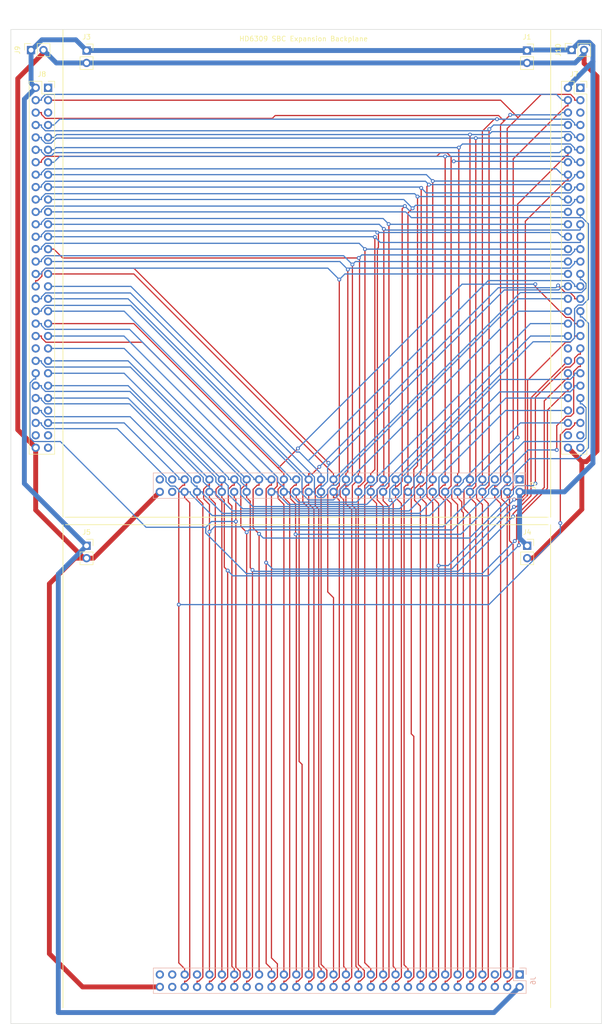
<source format=kicad_pcb>
(kicad_pcb (version 20211014) (generator pcbnew)
  (layers (0 "F.Cu" signal) (31 "B.Cu" signal) (34 "B.Paste" user) (35 "F.Paste" user) (36 "B.SilkS" user "B.Silkscreen") (37 "F.SilkS" user "F.Silkscreen") (38 "B.Mask" user) (39 "F.Mask" user) (44 "Edge.Cuts" user))
  (net 0 "")
  (net 1 "+5V")
  (net 2 "GND")
  (net 4 "Clock24")
  (net 5 "Clock3")
  (net 7 "Clock6")
  (net 8 "~{E}")
  (net 9 "E")
  (net 10 "D0")
  (net 11 "A0")
  (net 12 "D1")
  (net 13 "A1")
  (net 14 "D2")
  (net 15 "A2")
  (net 16 "D3")
  (net 17 "A3")
  (net 18 "D4")
  (net 19 "A4")
  (net 20 "D5")
  (net 21 "A5")
  (net 22 "D6")
  (net 23 "A6")
  (net 24 "D7")
  (net 25 "A7")
  (net 26 "MAPPED_MEM")
  (net 27 "A8")
  (net 28 "ROM{slash}~{RAM}")
  (net 29 "A9")
  (net 30 "Q1")
  (net 31 "A10")
  (net 32 "Q2")
  (net 33 "A11")
  (net 34 "Q3")
  (net 35 "A12")
  (net 36 "Q4")
  (net 37 "A13")
  (net 38 "Q5")
  (net 39 "A14")
  (net 40 "Q6")
  (net 41 "A15")
  (net 42 "Q7")
  (net 44 "Q8")
  (net 45 "~{RESET}")
  (net 46 "~{DMA}")
  (net 47 "~{NMI}")
  (net 48 "R{slash}~{W}")
  (net 49 "~{FIRQ}")
  (net 50 "~{HALT}")
  (net 51 "~{IRQ}")
  (net 53 "BA")
  (net 54 "MRDY")
  (net 55 "BS")
  (net 68 "~{Q}")
  (net 69 "Q")
  (footprint "Connector_PinSocket_2.54mm:PinSocket_1x02_P2.54mm_Vertical" (layer "F.Cu") (at 45.2807 35.4677 90)
    (fp_text reference "J9")
    (fp_text value "External power")
  )
  (footprint "Connector_PinSocket_2.54mm:PinSocket_1x02_P2.54mm_Vertical" (layer "F.Cu") (at 146.812 35.56)
    (fp_text reference "J1")
    (fp_text value "Conn_01x02_Female")
  )
  (footprint "Connector_PinSocket_2.54mm:PinSocket_1x02_P2.54mm_Vertical" (layer "F.Cu") (at 56.642 35.56)
    (fp_text reference "J3")
    (fp_text value "Conn_01x02_Female")
  )
  (footprint "Connector_PinSocket_2.54mm:PinSocket_2x30_P2.54mm_Vertical" (layer "F.Cu") (at 48.768 43.18)
    (fp_text reference "J8")
    (fp_text value "Conn_02x30_Odd_Even")
  )
  (footprint "Connector_PinSocket_2.54mm:PinSocket_1x02_P2.54mm_Vertical" (layer "F.Cu") (at 155.9621 35.4469 90)
    (fp_text reference "J10")
    (fp_text value "Power probe")
  )
  (footprint "Connector_PinSocket_2.54mm:PinSocket_1x02_P2.54mm_Vertical" (layer "F.Cu") (at 146.8483 136.8982)
    (fp_text reference "J4")
    (fp_text value "Conn_01x02_Female")
  )
  (footprint "Connector_PinSocket_2.54mm:PinSocket_2x30_P2.54mm_Vertical" (layer "F.Cu") (at 157.734 43.18)
    (fp_text reference "J7")
    (fp_text value "Conn_02x30_Odd_Even")
  )
  (footprint "Connector_PinSocket_2.54mm:PinSocket_1x02_P2.54mm_Vertical" (layer "F.Cu") (at 56.6395 136.9016)
    (fp_text reference "J5")
    (fp_text value "Conn_01x02_Female")
  )
  (footprint "Connector_PinSocket_2.54mm:PinSocket_2x30_P2.54mm_Vertical" (layer "B.Cu") (at 145.3022 224.6391 90)
    (fp_text reference "J6")
    (fp_text value "Conn_02x30_Odd_Even")
  )
  (footprint "Connector_PinSocket_2.54mm:PinSocket_2x30_P2.54mm_Vertical" (layer "B.Cu") (at 145.2948 123.3294 90)
    (fp_text reference "J2")
    (fp_text value "Conn_02x30_Odd_Even")
  )
  (gr_line (start 151.644323 132.588) (end 151.644323 231.432669) (layer "F.SilkS") (width 0.15))
  (gr_line (start 51.814657 132.588) (end 51.814657 231.449772) (layer "F.SilkS") (width 0.15))
  (gr_line (start 151.661083 131.064) (end 151.663833 31.392836) (layer "F.SilkS") (width 0.15))
  (gr_line (start 52.324 132.588) (end 151.13 132.588) (layer "F.SilkS") (width 0.15))
  (gr_line (start 51.808269 131.064) (end 51.809898 31.33178) (layer "F.SilkS") (width 0.15))
  (gr_line (start 52.324 131.064) (end 151.13 131.064) (layer "F.SilkS") (width 0.15))
  (gr_rect (start 41.148 31.242) (end 162.052 234.696) (layer "Edge.Cuts") (width 0.1) (fill none))
  (gr_text "HD6309 SBC Expansion Backplane" (at 101.060466 33.1512) (layer "F.SilkS") (effects (font (size 1 1))))
  (segment (start 45.2807 35.4677) (end 45.3942 35.4677) (width 1) (layer "B.Cu") (net 1))
  (segment (start 145.2948 125.8694) (end 145.295 125.8692) (width 1) (layer "B.Cu") (net 1))
  (segment (start 155.194 42.9345) (end 155.194 43.18) (width 1) (layer "B.Cu") (net 1))
  (segment (start 146.8482 136.8982) (end 146.848 136.898) (width 1) (layer "B.Cu") (net 1))
  (segment (start 160.312 34.6223) (end 159.559 33.8692) (width 1) (layer "B.Cu") (net 1))
  (segment (start 47.4977 33.3642) (end 54.4462 33.3642) (width 1) (layer "B.Cu") (net 1))
  (segment (start 157.509 33.8692) (end 155.962 35.4161) (width 1) (layer "B.Cu") (net 1))
  (segment (start 159.559 33.8692) (end 157.509 33.8692) (width 1) (layer "B.Cu") (net 1))
  (segment (start 54.4462 33.3642) (end 56.642 35.56) (width 1) (layer "B.Cu") (net 1))
  (segment (start 155.962 35.4315) (end 155.962 35.4316) (width 1) (layer "B.Cu") (net 1))
  (segment (start 56.642 35.56) (end 146.812 35.56) (width 1) (layer "B.Cu") (net 1))
  (segment (start 43.9059 45.5021) (end 43.9059 124.168) (width 1) (layer "B.Cu") (net 1))
  (segment (start 155.962 35.443) (end 155.962 35.4469) (width 1) (layer "B.Cu") (net 1))
  (segment (start 146.8483 136.8982) (end 146.8482 136.8982) (width 1) (layer "B.Cu") (net 1))
  (segment (start 155.9621 35.4431) (end 155.9621 35.4469) (width 1) (layer "B.Cu") (net 1))
  (segment (start 155.962 35.4392) (end 155.962 35.443) (width 1) (layer "B.Cu") (net 1))
  (segment (start 145.295 125.8692) (end 145.295 135.345) (width 1) (layer "B.Cu") (net 1))
  (segment (start 45.2807 35.4677) (end 45.2807 42.2327) (width 1) (layer "B.Cu") (net 1))
  (segment (start 160.312 37.8161) (end 160.312 34.6223) (width 1) (layer "B.Cu") (net 1))
  (segment (start 160.312 37.8161) (end 160.312 120.028) (width 1) (layer "B.Cu") (net 1))
  (segment (start 140.057 232.425) (end 145.302 227.179) (width 1) (layer "B.Cu") (net 1))
  (segment (start 45.3942 35.4677) (end 47.4977 33.3642) (width 1) (layer "B.Cu") (net 1))
  (segment (start 160.312 120.028) (end 154.471 125.869) (width 1) (layer "B.Cu") (net 1))
  (segment (start 45.2807 42.2327) (end 46.228 43.18) (width 1) (layer "B.Cu") (net 1))
  (segment (start 160.312 37.8161) (end 155.194 42.9345) (width 1) (layer "B.Cu") (net 1))
  (segment (start 46.228 43.18) (end 43.9059 45.5021) (width 1) (layer "B.Cu") (net 1))
  (segment (start 155.962 35.4161) (end 155.962 35.4315) (width 1) (layer "B.Cu") (net 1))
  (segment (start 155.962 35.443) (end 155.962 35.4469) (width 1) (layer "B.Cu") (net 1))
  (segment (start 145.3022 227.1791) (end 145.3021 227.1791) (width 1) (layer "B.Cu") (net 1))
  (segment (start 145.3021 227.1791) (end 145.302 227.179) (width 1) (layer "B.Cu") (net 1))
  (segment (start 145.295 135.345) (end 146.848 136.898) (width 1) (layer "B.Cu") (net 1))
  (segment (start 154.471 125.869) (end 145.295 125.869) (width 1) (layer "B.Cu") (net 1))
  (segment (start 43.9059 124.168) (end 56.6395 136.902) (width 1) (layer "B.Cu") (net 1))
  (segment (start 145.295 125.869) (end 145.295 125.8692) (width 1) (layer "B.Cu") (net 1))
  (segment (start 155.962 35.443) (end 155.9621 35.4431) (width 1) (layer "B.Cu") (net 1))
  (segment (start 56.6395 136.902) (end 50.8555 142.686) (width 1) (layer "B.Cu") (net 1))
  (segment (start 155.962 35.4316) (end 155.962 35.4392) (width 1) (layer "B.Cu") (net 1))
  (segment (start 155.962 35.4392) (end 155.962 35.443) (width 1) (layer "B.Cu") (net 1))
  (segment (start 155.962 35.4315) (end 155.962 35.4316) (width 1) (layer "B.Cu") (net 1))
  (segment (start 56.6395 136.9016) (end 56.6395 136.902) (width 1) (layer "B.Cu") (net 1))
  (segment (start 155.962 35.4469) (end 146.925 35.4469) (width 1) (layer "B.Cu") (net 1))
  (segment (start 50.8555 232.425) (end 140.057 232.425) (width 1) (layer "B.Cu") (net 1))
  (segment (start 146.925 35.4469) (end 146.812 35.56) (width 1) (layer "B.Cu") (net 1))
  (segment (start 50.8555 142.686) (end 50.8555 232.425) (width 1) (layer "B.Cu") (net 1))
  (segment (start 155.962 35.4316) (end 155.962 35.4392) (width 1) (layer "B.Cu") (net 1))
  (segment (start 146.8485 139.438) (end 146.8483 139.4382) (width 1) (layer "F.Cu") (net 2))
  (segment (start 56.6395 139.4416) (end 56.6395 139.442) (width 1) (layer "F.Cu") (net 2))
  (segment (start 58.0626 139.442) (end 71.6345 125.8691) (width 1) (layer "F.Cu") (net 2))
  (segment (start 56.0795 139.442) (end 56.6395 139.442) (width 1) (layer "F.Cu") (net 2))
  (segment (start 158.04 119.686) (end 158.04 129.448) (width 1) (layer "F.Cu") (net 2))
  (segment (start 158.502 38.1804) (end 158.502 37.497) (width 1) (layer "F.Cu") (net 2))
  (segment (start 47.8207 35.4677) (end 47.8207 36.0277) (width 1) (layer "F.Cu") (net 2))
  (segment (start 158.502 37.497) (end 158.502 36.8136) (width 1) (layer "F.Cu") (net 2))
  (segment (start 46.228 129.59) (end 56.0795 139.442) (width 1) (layer "F.Cu") (net 2))
  (segment (start 56.6395 139.442) (end 58.0626 139.442) (width 1) (layer "F.Cu") (net 2))
  (segment (start 158.04 119.686) (end 155.194 116.84) (width 1) (layer "F.Cu") (net 2))
  (segment (start 146.8485 139.438) (end 146.848 139.438) (width 1) (layer "F.Cu") (net 2))
  (segment (start 158.04 119.686) (end 158.962 119.686) (width 1) (layer "F.Cu") (net 2))
  (segment (start 71.6348 125.8694) (end 71.6345 125.8691) (width 1) (layer "F.Cu") (net 2))
  (segment (start 49.026 220.375) (end 55.8298 227.179) (width 1) (layer "F.Cu") (net 2))
  (segment (start 56.0795 139.442) (end 54.2692 139.442) (width 1) (layer "F.Cu") (net 2))
  (segment (start 158.502 37.497) (end 158.5021 37.4969) (width 1) (layer "F.Cu") (net 2))
  (segment (start 54.2692 139.442) (end 49.026 144.685) (width 1) (layer "F.Cu") (net 2))
  (segment (start 161.137 117.51) (end 161.137 40.8156) (width 1) (layer "F.Cu") (net 2))
  (segment (start 49.026 144.685) (end 49.026 220.375) (width 1) (layer "F.Cu") (net 2))
  (segment (start 158.962 119.686) (end 161.137 117.51) (width 1) (layer "F.Cu") (net 2))
  (segment (start 148.05 139.438) (end 146.8485 139.438) (width 1) (layer "F.Cu") (net 2))
  (segment (start 71.6422 227.1791) (end 71.6421 227.179) (width 1) (layer "F.Cu") (net 2))
  (segment (start 71.6345 125.8691) (end 71.6346 125.869) (width 1) (layer "F.Cu") (net 2))
  (segment (start 42.5616 113.174) (end 46.228 116.84) (width 1) (layer "F.Cu") (net 2))
  (segment (start 56.6395 139.442) (end 56.0795 139.442) (width 1) (layer "F.Cu") (net 2))
  (segment (start 55.8298 227.179) (end 71.6421 227.179) (width 1) (layer "F.Cu") (net 2))
  (segment (start 161.137 40.8156) (end 158.502 38.1804) (width 1) (layer "F.Cu") (net 2))
  (segment (start 42.5616 41.2868) (end 42.5616 113.174) (width 1) (layer "F.Cu") (net 2))
  (segment (start 47.8207 36.0277) (end 42.5616 41.2868) (width 1) (layer "F.Cu") (net 2))
  (segment (start 158.04 129.448) (end 148.05 139.438) (width 1) (layer "F.Cu") (net 2))
  (segment (start 158.5021 37.4969) (end 158.5021 35.4469) (width 1) (layer "F.Cu") (net 2))
  (segment (start 46.228 116.84) (end 46.228 129.59) (width 1) (layer "F.Cu") (net 2))
  (segment (start 158.5021 35.4469) (end 158.502 35.4469) (width 1) (layer "B.Cu") (net 2))
  (segment (start 158.502 35.4469) (end 158.502 36.2536) (width 1) (layer "B.Cu") (net 2))
  (segment (start 158.502 36.2536) (end 156.656 38.1) (width 1) (layer "B.Cu") (net 2))
  (segment (start 146.812 38.1) (end 56.642 38.1) (width 1) (layer "B.Cu") (net 2))
  (segment (start 47.8207 35.4677) (end 50.453 38.1) (width 1) (layer "B.Cu") (net 2))
  (segment (start 156.656 38.1) (end 146.812 38.1) (width 1) (layer "B.Cu") (net 2))
  (segment (start 50.453 38.1) (end 56.642 38.1) (width 1) (layer "B.Cu") (net 2))
  (segment (start 141.5642 125.3298) (end 142.3895 124.5045) (width 0.25) (layer "F.Cu") (net 4))
  (segment (start 156.5589 45.3548) (end 156.5589 45.72) (width 0.25) (layer "F.Cu") (net 4))
  (segment (start 144.9802 49.2899) (end 141.4103 45.72) (width 0.25) (layer "F.Cu") (net 4))
  (segment (start 141.5642 127.2742) (end 141.5642 125.3298) (width 0.25) (layer "F.Cu") (net 4))
  (segment (start 149.7407 44.5294) (end 155.7335 44.5294) (width 0.25) (layer "F.Cu") (net 4))
  (segment (start 142.7548 123.9169) (end 142.7548 123.3294) (width 0.25) (layer "F.Cu") (net 4))
  (segment (start 141.4103 45.72) (end 48.768 45.72) (width 0.25) (layer "F.Cu") (net 4))
  (segment (start 142.7548 51.5153) (end 144.9802 49.2899) (width 0.25) (layer "F.Cu") (net 4))
  (segment (start 155.7335 44.5294) (end 156.5589 45.3548) (width 0.25) (layer "F.Cu") (net 4))
  (segment (start 142.7622 128.4722) (end 141.5642 127.2742) (width 0.25) (layer "F.Cu") (net 4))
  (segment (start 142.7548 123.3294) (end 142.7548 51.5153) (width 0.25) (layer "F.Cu") (net 4))
  (segment (start 157.734 45.72) (end 156.5589 45.72) (width 0.25) (layer "F.Cu") (net 4))
  (segment (start 142.7622 224.6391) (end 142.7622 128.4722) (width 0.25) (layer "F.Cu") (net 4))
  (segment (start 144.9802 49.2899) (end 149.7407 44.5294) (width 0.25) (layer "F.Cu") (net 4))
  (segment (start 142.7548 123.9169) (end 142.7548 124.5045) (width 0.25) (layer "F.Cu") (net 4))
  (segment (start 142.3895 124.5045) (end 142.7548 124.5045) (width 0.25) (layer "F.Cu") (net 4))
  (segment (start 143.9564 225.175) (end 143.9564 136.6025) (width 0.25) (layer "F.Cu") (net 5))
  (segment (start 143.8569 125.3642) (end 143.9881 125.233) (width 0.25) (layer "F.Cu") (net 5))
  (segment (start 143.2048 125.9678) (end 143.8084 125.3642) (width 0.25) (layer "F.Cu") (net 5))
  (segment (start 143.9564 136.6025) (end 143.2355 135.8816) (width 0.25) (layer "F.Cu") (net 5))
  (segment (start 155.194 45.72) (end 155.194 46.8951) (width 0.25) (layer "F.Cu") (net 5))
  (segment (start 143.8084 125.3642) (end 143.8569 125.3642) (width 0.25) (layer "F.Cu") (net 5))
  (segment (start 142.7548 127.0445) (end 143.2048 127.0445) (width 0.25) (layer "F.Cu") (net 5))
  (segment (start 143.9881 125.233) (end 143.9881 57.7357) (width 0.25) (layer "F.Cu") (net 5))
  (segment (start 142.7622 227.1791) (end 142.7622 226.004) (width 0.25) (layer "F.Cu") (net 5))
  (segment (start 154.8287 46.8951) (end 155.194 46.8951) (width 0.25) (layer "F.Cu") (net 5))
  (segment (start 143.2048 127.0445) (end 143.2048 125.9678) (width 0.25) (layer "F.Cu") (net 5))
  (segment (start 142.7622 226.004) (end 143.1274 226.004) (width 0.25) (layer "F.Cu") (net 5))
  (segment (start 143.1274 226.004) (end 143.9564 225.175) (width 0.25) (layer "F.Cu") (net 5))
  (segment (start 143.2355 135.8816) (end 143.2355 127.0752) (width 0.25) (layer "F.Cu") (net 5))
  (segment (start 142.7548 125.8694) (end 142.7548 127.0445) (width 0.25) (layer "F.Cu") (net 5))
  (segment (start 143.2355 127.0752) (end 143.2048 127.0445) (width 0.25) (layer "F.Cu") (net 5))
  (segment (start 143.9881 57.7357) (end 154.8287 46.8951) (width 0.25) (layer "F.Cu") (net 5))
  (segment (start 154.0189 45.72) (end 152.8247 44.5258) (width 0.25) (layer "B.Cu") (net 5))
  (segment (start 48.232 44.5258) (end 47.4031 45.3547) (width 0.25) (layer "B.Cu") (net 5))
  (segment (start 46.228 45.72) (end 47.4031 45.72) (width 0.25) (layer "B.Cu") (net 5))
  (segment (start 155.194 45.72) (end 154.0189 45.72) (width 0.25) (layer "B.Cu") (net 5))
  (segment (start 47.4031 45.3547) (end 47.4031 45.72) (width 0.25) (layer "B.Cu") (net 5))
  (segment (start 152.8247 44.5258) (end 48.232 44.5258) (width 0.25) (layer "B.Cu") (net 5))
  (segment (start 140.5874 226.004) (end 140.2222 226.004) (width 0.25) (layer "F.Cu") (net 7))
  (segment (start 140.2148 126.1152) (end 140.2148 126.4523) (width 0.25) (layer "F.Cu") (net 7))
  (segment (start 141.3899 50.7105) (end 142.1206 49.9798) (width 0.25) (layer "F.Cu") (net 7))
  (segment (start 140.2148 125.8694) (end 140.2148 124.6943) (width 0.25) (layer "F.Cu") (net 7))
  (segment (start 140.2148 126.1152) (end 140.2148 125.8694) (width 0.25) (layer "F.Cu") (net 7))
  (segment (start 142.1206 49.9798) (end 143.3826 48.7178) (width 0.25) (layer "F.Cu") (net 7))
  (segment (start 142.1206 49.9798) (end 140.9986 48.8578) (width 0.25) (layer "F.Cu") (net 7))
  (segment (start 95.2595 48.8578) (end 94.6713 49.446) (width 0.25) (layer "F.Cu") (net 7))
  (segment (start 140.5821 124.6943) (end 141.3899 123.8865) (width 0.25) (layer "F.Cu") (net 7))
  (segment (start 140.2148 127.0445) (end 141.4128 128.2425) (width 0.25) (layer "F.Cu") (net 7))
  (segment (start 140.2148 124.6943) (end 140.5821 124.6943) (width 0.25) (layer "F.Cu") (net 7))
  (segment (start 48.2238 49.446) (end 47.4031 48.6253) (width 0.25) (layer "F.Cu") (net 7))
  (segment (start 46.228 48.26) (end 47.4031 48.26) (width 0.25) (layer "F.Cu") (net 7))
  (segment (start 47.4031 48.6253) (end 47.4031 48.26) (width 0.25) (layer "F.Cu") (net 7))
  (segment (start 140.9986 48.8578) (end 95.2595 48.8578) (width 0.25) (layer "F.Cu") (net 7))
  (segment (start 140.2222 227.1791) (end 140.2222 226.004) (width 0.25) (layer "F.Cu") (net 7))
  (segment (start 94.6713 49.446) (end 48.2238 49.446) (width 0.25) (layer "F.Cu") (net 7))
  (segment (start 141.4128 128.2425) (end 141.4128 225.1786) (width 0.25) (layer "F.Cu") (net 7))
  (segment (start 141.4128 225.1786) (end 140.5874 226.004) (width 0.25) (layer "F.Cu") (net 7))
  (segment (start 140.2148 126.4569) (end 140.2148 126.4523) (width 0.25) (layer "F.Cu") (net 7))
  (segment (start 141.3899 123.8865) (end 141.3899 50.7105) (width 0.25) (layer "F.Cu") (net 7))
  (segment (start 140.2148 126.4569) (end 140.2148 127.0445) (width 0.25) (layer "F.Cu") (net 7))
  (via (at 143.3826 48.7178) (size 0.8) (drill 0.4) (layers "F.Cu" "B.Cu") (net 7))
  (segment (start 143.3826 48.7178) (end 153.5611 48.7178) (width 0.25) (layer "B.Cu") (net 7))
  (segment (start 155.194 48.26) (end 154.0189 48.26) (width 0.25) (layer "B.Cu") (net 7))
  (segment (start 153.5611 48.7178) (end 154.0189 48.26) (width 0.25) (layer "B.Cu") (net 7))
  (segment (start 137.3095 124.5045) (end 137.6748 124.5045) (width 0.25) (layer "F.Cu") (net 8))
  (segment (start 137.6748 123.9169) (end 137.6748 124.5045) (width 0.25) (layer "F.Cu") (net 8))
  (segment (start 136.4842 125.3298) (end 137.3095 124.5045) (width 0.25) (layer "F.Cu") (net 8))
  (segment (start 136.4842 127.2742) (end 136.4842 125.3298) (width 0.25) (layer "F.Cu") (net 8))
  (segment (start 137.6748 52.056) (end 137.6748 123.3294) (width 0.25) (layer "F.Cu") (net 8))
  (segment (start 137.6822 128.4722) (end 136.4842 127.2742) (width 0.25) (layer "F.Cu") (net 8))
  (segment (start 137.6748 123.9169) (end 137.6748 123.3294) (width 0.25) (layer "F.Cu") (net 8))
  (segment (start 140.6663 49.6058) (end 140.125 49.6058) (width 0.25) (layer "F.Cu") (net 8))
  (segment (start 140.125 49.6058) (end 137.6748 52.056) (width 0.25) (layer "F.Cu") (net 8))
  (segment (start 137.6822 224.6391) (end 137.6822 128.4722) (width 0.25) (layer "F.Cu") (net 8))
  (via (at 140.6663 49.6058) (size 0.8) (drill 0.4) (layers "F.Cu" "B.Cu") (net 8))
  (segment (start 48.768 50.8) (end 49.9431 50.8) (width 0.25) (layer "B.Cu") (net 8))
  (segment (start 156.5589 50.4328) (end 156.5589 50.8) (width 0.25) (layer "B.Cu") (net 8))
  (segment (start 157.734 50.8) (end 156.5589 50.8) (width 0.25) (layer "B.Cu") (net 8))
  (segment (start 49.9431 50.8) (end 51.1373 49.6058) (width 0.25) (layer "B.Cu") (net 8))
  (segment (start 140.6663 49.6058) (end 155.7319 49.6058) (width 0.25) (layer "B.Cu") (net 8))
  (segment (start 51.1373 49.6058) (end 140.6663 49.6058) (width 0.25) (layer "B.Cu") (net 8))
  (segment (start 155.7319 49.6058) (end 156.5589 50.4328) (width 0.25) (layer "B.Cu") (net 8))
  (segment (start 138.8728 225.1786) (end 138.0474 226.004) (width 0.25) (layer "F.Cu") (net 9))
  (segment (start 137.6822 227.1791) (end 137.6822 226.004) (width 0.25) (layer "F.Cu") (net 9))
  (segment (start 137.6748 127.0445) (end 138.8728 128.2425) (width 0.25) (layer "F.Cu") (net 9))
  (segment (start 139.1078 51.6484) (end 139.0396 51.7166) (width 0.25) (layer "F.Cu") (net 9))
  (segment (start 137.6748 125.8694) (end 137.6748 127.0445) (width 0.25) (layer "F.Cu") (net 9))
  (segment (start 139.0396 51.7166) (end 139.0396 124.5046) (width 0.25) (layer "F.Cu") (net 9))
  (segment (start 138.0474 226.004) (end 137.6822 226.004) (width 0.25) (layer "F.Cu") (net 9))
  (segment (start 138.8728 128.2425) (end 138.8728 225.1786) (width 0.25) (layer "F.Cu") (net 9))
  (segment (start 139.0396 124.5046) (end 137.6748 125.8694) (width 0.25) (layer "F.Cu") (net 9))
  (via (at 139.1078 51.6484) (size 0.8) (drill 0.4) (layers "F.Cu" "B.Cu") (net 9))
  (segment (start 138.781 51.9752) (end 139.1078 51.6484) (width 0.25) (layer "B.Cu") (net 9))
  (segment (start 47.4031 50.8) (end 47.4031 51.1672) (width 0.25) (layer "B.Cu") (net 9))
  (segment (start 47.4031 51.1672) (end 48.2111 51.9752) (width 0.25) (layer "B.Cu") (net 9))
  (segment (start 139.9562 50.8) (end 155.194 50.8) (width 0.25) (layer "B.Cu") (net 9))
  (segment (start 139.1078 51.6484) (end 139.9562 50.8) (width 0.25) (layer "B.Cu") (net 9))
  (segment (start 48.2111 51.9752) (end 138.781 51.9752) (width 0.25) (layer "B.Cu") (net 9))
  (segment (start 46.228 50.8) (end 47.4031 50.8) (width 0.25) (layer "B.Cu") (net 9))
  (segment (start 132.8531 121.896) (end 132.8531 55.4262) (width 0.25) (layer "F.Cu") (net 10))
  (segment (start 132.5948 123.3294) (end 132.5948 124.5045) (width 0.25) (layer "F.Cu") (net 10))
  (segment (start 132.6022 224.6391) (end 132.6022 128.4722) (width 0.25) (layer "F.Cu") (net 10))
  (segment (start 131.4042 125.3298) (end 132.2295 124.5045) (width 0.25) (layer "F.Cu") (net 10))
  (segment (start 131.4042 127.2742) (end 131.4042 125.3298) (width 0.25) (layer "F.Cu") (net 10))
  (segment (start 132.5948 123.3294) (end 132.5948 122.1543) (width 0.25) (layer "F.Cu") (net 10))
  (segment (start 132.6022 128.4722) (end 131.4042 127.2742) (width 0.25) (layer "F.Cu") (net 10))
  (segment (start 132.5948 122.1543) (end 132.8531 121.896) (width 0.25) (layer "F.Cu") (net 10))
  (segment (start 132.2295 124.5045) (end 132.5948 124.5045) (width 0.25) (layer "F.Cu") (net 10))
  (via (at 132.8531 55.4262) (size 0.8) (drill 0.4) (layers "F.Cu" "B.Cu") (net 10))
  (segment (start 155.7319 54.6858) (end 156.5589 55.5128) (width 0.25) (layer "B.Cu") (net 10))
  (segment (start 50.3969 55.4262) (end 132.8531 55.4262) (width 0.25) (layer "B.Cu") (net 10))
  (segment (start 157.734 55.88) (end 156.5589 55.88) (width 0.25) (layer "B.Cu") (net 10))
  (segment (start 48.768 55.88) (end 49.9431 55.88) (width 0.25) (layer "B.Cu") (net 10))
  (segment (start 133.5935 54.6858) (end 155.7319 54.6858) (width 0.25) (layer "B.Cu") (net 10))
  (segment (start 156.5589 55.5128) (end 156.5589 55.88) (width 0.25) (layer "B.Cu") (net 10))
  (segment (start 49.9431 55.88) (end 50.3969 55.4262) (width 0.25) (layer "B.Cu") (net 10))
  (segment (start 132.8531 55.4262) (end 133.5935 54.6858) (width 0.25) (layer "B.Cu") (net 10))
  (segment (start 154.8287 57.0551) (end 155.194 57.0551) (width 0.25) (layer "F.Cu") (net 11))
  (segment (start 144.8955 66.9883) (end 154.8287 57.0551) (width 0.25) (layer "F.Cu") (net 11))
  (segment (start 132.6022 227.1791) (end 132.6022 226.004) (width 0.25) (layer "F.Cu") (net 11))
  (segment (start 132.9674 226.004) (end 132.6022 226.004) (width 0.25) (layer "F.Cu") (net 11))
  (segment (start 132.5948 126.4569) (end 132.5948 126.4523) (width 0.25) (layer "F.Cu") (net 11))
  (segment (start 155.194 55.88) (end 155.194 57.0551) (width 0.25) (layer "F.Cu") (net 11))
  (segment (start 133.459 127.9087) (end 133.459 129.8182) (width 0.25) (layer "F.Cu") (net 11))
  (segment (start 133.7774 225.194) (end 132.9674 226.004) (width 0.25) (layer "F.Cu") (net 11))
  (segment (start 133.7774 130.1366) (end 133.7774 225.194) (width 0.25) (layer "F.Cu") (net 11))
  (segment (start 132.5948 125.8694) (end 132.5948 126.4523) (width 0.25) (layer "F.Cu") (net 11))
  (segment (start 132.5948 127.0445) (end 133.459 127.9087) (width 0.25) (layer "F.Cu") (net 11))
  (segment (start 132.5948 126.4569) (end 132.5948 127.0445) (width 0.25) (layer "F.Cu") (net 11))
  (segment (start 144.8955 114.7245) (end 144.8955 66.9883) (width 0.25) (layer "F.Cu") (net 11))
  (segment (start 133.459 129.8182) (end 133.7774 130.1366) (width 0.25) (layer "F.Cu") (net 11))
  (via (at 144.8955 114.7245) (size 0.8) (drill 0.4) (layers "F.Cu" "B.Cu") (net 11))
  (segment (start 136.4048 122.9364) (end 144.6167 114.7245) (width 0.25) (layer "B.Cu") (net 11))
  (segment (start 132.5948 125.8694) (end 133.7699 125.8694) (width 0.25) (layer "B.Cu") (net 11))
  (segment (start 49.4628 57.0552) (end 48.2111 57.0552) (width 0.25) (layer "B.Cu") (net 11))
  (segment (start 133.7699 125.5021) (end 134.5777 124.6943) (width 0.25) (layer "B.Cu") (net 11))
  (segment (start 155.194 55.88) (end 154.0189 55.88) (width 0.25) (layer "B.Cu") (net 11))
  (segment (start 46.228 55.88) (end 47.4031 55.88) (width 0.25) (layer "B.Cu") (net 11))
  (segment (start 47.4031 56.2472) (end 47.4031 55.88) (width 0.25) (layer "B.Cu") (net 11))
  (segment (start 48.2111 57.0552) (end 47.4031 56.2472) (width 0.25) (layer "B.Cu") (net 11))
  (segment (start 153.442 56.4569) (end 50.0611 56.4569) (width 0.25) (layer "B.Cu") (net 11))
  (segment (start 144.6167 114.7245) (end 144.8955 114.7245) (width 0.25) (layer "B.Cu") (net 11))
  (segment (start 50.0611 56.4569) (end 49.4628 57.0552) (width 0.25) (layer "B.Cu") (net 11))
  (segment (start 134.5777 124.6943) (end 135.4708 124.6943) (width 0.25) (layer "B.Cu") (net 11))
  (segment (start 135.4708 124.6943) (end 136.4048 123.7603) (width 0.25) (layer "B.Cu") (net 11))
  (segment (start 133.7699 125.8694) (end 133.7699 125.5021) (width 0.25) (layer "B.Cu") (net 11))
  (segment (start 136.4048 123.7603) (end 136.4048 122.9364) (width 0.25) (layer "B.Cu") (net 11))
  (segment (start 154.0189 55.88) (end 153.442 56.4569) (width 0.25) (layer "B.Cu") (net 11))
  (segment (start 130.0548 123.3294) (end 130.0548 124.5045) (width 0.25) (layer "F.Cu") (net 12))
  (segment (start 130.0622 127.7468) (end 130.0622 224.6391) (width 0.25) (layer "F.Cu") (net 12))
  (segment (start 130.0548 124.5045) (end 129.6876 124.5045) (width 0.25) (layer "F.Cu") (net 12))
  (segment (start 129.6876 124.5045) (end 128.8796 125.3125) (width 0.25) (layer "F.Cu") (net 12))
  (segment (start 128.8796 126.5642) (end 130.0622 127.7468) (width 0.25) (layer "F.Cu") (net 12))
  (segment (start 130.0548 57.2294) (end 130.0548 123.3294) (width 0.25) (layer "F.Cu") (net 12))
  (segment (start 128.8796 125.3125) (end 128.8796 126.5642) (width 0.25) (layer "F.Cu") (net 12))
  (via (at 130.0548 57.2294) (size 0.8) (drill 0.4) (layers "F.Cu" "B.Cu") (net 12))
  (segment (start 157.734 58.42) (end 156.5589 58.42) (width 0.25) (layer "B.Cu") (net 12))
  (segment (start 48.768 58.42) (end 49.9431 58.42) (width 0.25) (layer "B.Cu") (net 12))
  (segment (start 51.1337 57.2294) (end 130.0548 57.2294) (width 0.25) (layer "B.Cu") (net 12))
  (segment (start 155.7355 57.2294) (end 156.5589 58.0528) (width 0.25) (layer "B.Cu") (net 12))
  (segment (start 156.5589 58.0528) (end 156.5589 58.42) (width 0.25) (layer "B.Cu") (net 12))
  (segment (start 130.0548 57.2294) (end 155.7355 57.2294) (width 0.25) (layer "B.Cu") (net 12))
  (segment (start 49.9431 58.42) (end 51.1337 57.2294) (width 0.25) (layer "B.Cu") (net 12))
  (segment (start 130.0548 127.0445) (end 131.2528 128.2425) (width 0.25) (layer "F.Cu") (net 13))
  (segment (start 131.2695 124.6547) (end 131.2695 58.2226) (width 0.25) (layer "F.Cu") (net 13))
  (segment (start 131.2695 58.2226) (end 131.814 58.2226) (width 0.25) (layer "F.Cu") (net 13))
  (segment (start 131.2528 128.2425) (end 131.2528 225.1786) (width 0.25) (layer "F.Cu") (net 13))
  (segment (start 130.0548 126.1608) (end 130.0548 125.8694) (width 0.25) (layer "F.Cu") (net 13))
  (segment (start 46.228 58.42) (end 47.4031 58.42) (width 0.25) (layer "F.Cu") (net 13))
  (segment (start 130.4399 56.5042) (end 129.0263 56.5042) (width 0.25) (layer "F.Cu") (net 13))
  (segment (start 130.0548 126.1608) (end 130.0548 126.4523) (width 0.25) (layer "F.Cu") (net 13))
  (segment (start 48.2513 57.2065) (end 47.4031 58.0547) (width 0.25) (layer "F.Cu") (net 13))
  (segment (start 131.2695 57.3338) (end 130.4399 56.5042) (width 0.25) (layer "F.Cu") (net 13))
  (segment (start 131.2528 225.1786) (end 130.4274 226.004) (width 0.25) (layer "F.Cu") (net 13))
  (segment (start 130.0548 125.8694) (end 131.2695 124.6547) (width 0.25) (layer "F.Cu") (net 13))
  (segment (start 130.4274 226.004) (end 130.0622 226.004) (width 0.25) (layer "F.Cu") (net 13))
  (segment (start 130.0548 126.4569) (end 130.0548 127.0445) (width 0.25) (layer "F.Cu") (net 13))
  (segment (start 47.4031 58.0547) (end 47.4031 58.42) (width 0.25) (layer "F.Cu") (net 13))
  (segment (start 128.324 57.2065) (end 48.2513 57.2065) (width 0.25) (layer "F.Cu") (net 13))
  (segment (start 129.0263 56.5042) (end 128.324 57.2065) (width 0.25) (layer "F.Cu") (net 13))
  (segment (start 130.0622 227.1791) (end 130.0622 226.004) (width 0.25) (layer "F.Cu") (net 13))
  (segment (start 130.0548 126.4569) (end 130.0548 126.4523) (width 0.25) (layer "F.Cu") (net 13))
  (segment (start 131.2695 58.2226) (end 131.2695 57.3338) (width 0.25) (layer "F.Cu") (net 13))
  (via (at 131.814 58.2226) (size 0.8) (drill 0.4) (layers "F.Cu" "B.Cu") (net 13))
  (segment (start 131.814 58.2226) (end 153.8215 58.2226) (width 0.25) (layer "B.Cu") (net 13))
  (segment (start 153.8215 58.2226) (end 154.0189 58.42) (width 0.25) (layer "B.Cu") (net 13))
  (segment (start 155.194 58.42) (end 154.0189 58.42) (width 0.25) (layer "B.Cu") (net 13))
  (segment (start 126.3264 125.3554) (end 126.3264 126.8729) (width 0.25) (layer "F.Cu") (net 14))
  (segment (start 127.5148 62.2668) (end 127.5148 123.3294) (width 0.25) (layer "F.Cu") (net 14))
  (segment (start 127.5148 124.5045) (end 127.1773 124.5045) (width 0.25) (layer "F.Cu") (net 14))
  (segment (start 127.1773 124.5045) (end 126.3264 125.3554) (width 0.25) (layer "F.Cu") (net 14))
  (segment (start 126.3264 126.8729) (end 127.5222 128.0687) (width 0.25) (layer "F.Cu") (net 14))
  (segment (start 127.5148 123.3294) (end 127.5148 124.5045) (width 0.25) (layer "F.Cu") (net 14))
  (segment (start 127.5222 128.0687) (end 127.5222 224.6391) (width 0.25) (layer "F.Cu") (net 14))
  (via (at 127.5148 62.2668) (size 0.8) (drill 0.4) (layers "F.Cu" "B.Cu") (net 14))
  (segment (start 48.768 60.96) (end 49.9431 60.96) (width 0.25) (layer "B.Cu") (net 14))
  (segment (start 156.5589 61.3252) (end 155.6173 62.2668) (width 0.25) (layer "B.Cu") (net 14))
  (segment (start 155.6173 62.2668) (end 127.5148 62.2668) (width 0.25) (layer "B.Cu") (net 14))
  (segment (start 156.5589 60.96) (end 156.5589 61.3252) (width 0.25) (layer "B.Cu") (net 14))
  (segment (start 126.208 60.96) (end 49.9431 60.96) (width 0.25) (layer "B.Cu") (net 14))
  (segment (start 157.734 60.96) (end 156.5589 60.96) (width 0.25) (layer "B.Cu") (net 14))
  (segment (start 127.5148 62.2668) (end 126.208 60.96) (width 0.25) (layer "B.Cu") (net 14))
  (segment (start 144.1882 127.4363) (end 145.4112 127.4363) (width 0.25) (layer "F.Cu") (net 15))
  (segment (start 145.4112 127.4363) (end 146.4699 126.3776) (width 0.25) (layer "F.Cu") (net 15))
  (segment (start 128.7099 225.1835) (end 128.7099 140.9534) (width 0.25) (layer "F.Cu") (net 15))
  (segment (start 146.4699 70.4939) (end 154.8287 62.1351) (width 0.25) (layer "F.Cu") (net 15))
  (segment (start 128.7099 140.9534) (end 128.7099 128.2396) (width 0.25) (layer "F.Cu") (net 15))
  (segment (start 128.7099 128.2396) (end 127.5148 127.0445) (width 0.25) (layer "F.Cu") (net 15))
  (segment (start 154.8287 62.1351) (end 155.194 62.1351) (width 0.25) (layer "F.Cu") (net 15))
  (segment (start 127.5222 227.1791) (end 127.5222 226.004) (width 0.25) (layer "F.Cu") (net 15))
  (segment (start 127.5222 226.004) (end 127.8894 226.004) (width 0.25) (layer "F.Cu") (net 15))
  (segment (start 155.194 60.96) (end 155.194 62.1351) (width 0.25) (layer "F.Cu") (net 15))
  (segment (start 127.8894 226.004) (end 128.7099 225.1835) (width 0.25) (layer "F.Cu") (net 15))
  (segment (start 127.5148 125.8694) (end 127.5148 127.0445) (width 0.25) (layer "F.Cu") (net 15))
  (segment (start 146.4699 126.3776) (end 146.4699 70.4939) (width 0.25) (layer "F.Cu") (net 15))
  (via (at 144.1882 127.4363) (size 0.8) (drill 0.4) (layers "F.Cu" "B.Cu") (net 15))
  (via (at 128.7099 140.9534) (size 0.8) (drill 0.4) (layers "F.Cu" "B.Cu") (net 15))
  (segment (start 155.194 60.96) (end 154.0189 60.96) (width 0.25) (layer "B.Cu") (net 15))
  (segment (start 152.8293 59.7704) (end 48.2274 59.7704) (width 0.25) (layer "B.Cu") (net 15))
  (segment (start 154.0189 60.96) (end 152.8293 59.7704) (width 0.25) (layer "B.Cu") (net 15))
  (segment (start 48.2274 59.7704) (end 47.4031 60.5947) (width 0.25) (layer "B.Cu") (net 15))
  (segment (start 144.1882 127.4363) (end 130.6711 140.9534) (width 0.25) (layer "B.Cu") (net 15))
  (segment (start 130.6711 140.9534) (end 128.7099 140.9534) (width 0.25) (layer "B.Cu") (net 15))
  (segment (start 47.4031 60.5947) (end 47.4031 60.96) (width 0.25) (layer "B.Cu") (net 15))
  (segment (start 46.228 60.96) (end 47.4031 60.96) (width 0.25) (layer "B.Cu") (net 15))
  (segment (start 125.1489 121.9802) (end 125.1489 63.6741) (width 0.25) (layer "F.Cu") (net 16))
  (segment (start 124.9748 122.1543) (end 125.1489 121.9802) (width 0.25) (layer "F.Cu") (net 16))
  (segment (start 124.9748 124.0576) (end 124.9748 123.3294) (width 0.25) (layer "F.Cu") (net 16))
  (segment (start 123.792 127.6003) (end 123.792 125.2404) (width 0.25) (layer "F.Cu") (net 16))
  (segment (start 124.9822 224.6391) (end 124.9822 128.7905) (width 0.25) (layer "F.Cu") (net 16))
  (segment (start 124.9822 128.7905) (end 123.792 127.6003) (width 0.25) (layer "F.Cu") (net 16))
  (segment (start 124.9748 123.3294) (end 124.9748 122.1543) (width 0.25) (layer "F.Cu") (net 16))
  (segment (start 123.792 125.2404) (end 124.9748 124.0576) (width 0.25) (layer "F.Cu") (net 16))
  (via (at 125.1489 63.6741) (size 0.8) (drill 0.4) (layers "F.Cu" "B.Cu") (net 16))
  (segment (start 157.734 63.5) (end 156.5589 63.5) (width 0.25) (layer "B.Cu") (net 16))
  (segment (start 48.768 63.5) (end 124.9748 63.5) (width 0.25) (layer "B.Cu") (net 16))
  (segment (start 156.5589 63.8652) (end 156.5589 63.5) (width 0.25) (layer "B.Cu") (net 16))
  (segment (start 125.1489 63.6741) (end 126.1654 64.6906) (width 0.25) (layer "B.Cu") (net 16))
  (segment (start 155.7335 64.6906) (end 156.5589 63.8652) (width 0.25) (layer "B.Cu") (net 16))
  (segment (start 126.1654 64.6906) (end 155.7335 64.6906) (width 0.25) (layer "B.Cu") (net 16))
  (segment (start 124.9748 63.5) (end 125.1489 63.6741) (width 0.25) (layer "B.Cu") (net 16))
  (segment (start 125.34 124.6943) (end 124.9748 124.6943) (width 0.25) (layer "F.Cu") (net 17))
  (segment (start 126.1728 128.2425) (end 126.1728 225.1786) (width 0.25) (layer "F.Cu") (net 17))
  (segment (start 124.9748 127.0445) (end 126.1728 128.2425) (width 0.25) (layer "F.Cu") (net 17))
  (segment (start 126.3264 123.7079) (end 125.34 124.6943) (width 0.25) (layer "F.Cu") (net 17))
  (segment (start 125.3474 226.004) (end 124.9822 226.004) (width 0.25) (layer "F.Cu") (net 17))
  (segment (start 124.9748 126.4569) (end 124.9748 127.0445) (width 0.25) (layer "F.Cu") (net 17))
  (segment (start 124.9748 125.8694) (end 124.9748 124.6943) (width 0.25) (layer "F.Cu") (net 17))
  (segment (start 124.9748 125.8694) (end 124.9748 126.4569) (width 0.25) (layer "F.Cu") (net 17))
  (segment (start 126.3264 63.3954) (end 126.3264 123.7079) (width 0.25) (layer "F.Cu") (net 17))
  (segment (start 126.1728 225.1786) (end 125.3474 226.004) (width 0.25) (layer "F.Cu") (net 17))
  (segment (start 126.7223 62.9995) (end 126.3264 63.3954) (width 0.25) (layer "F.Cu") (net 17))
  (segment (start 124.9822 227.1791) (end 124.9822 226.004) (width 0.25) (layer "F.Cu") (net 17))
  (via (at 126.7223 62.9995) (size 0.8) (drill 0.4) (layers "F.Cu" "B.Cu") (net 17))
  (segment (start 48.2284 62.3094) (end 126.0322 62.3094) (width 0.25) (layer "B.Cu") (net 17))
  (segment (start 153.5184 62.9995) (end 154.0189 63.5) (width 0.25) (layer "B.Cu") (net 17))
  (segment (start 47.4031 63.5) (end 47.4031 63.1347) (width 0.25) (layer "B.Cu") (net 17))
  (segment (start 46.228 63.5) (end 47.4031 63.5) (width 0.25) (layer "B.Cu") (net 17))
  (segment (start 126.7223 62.9995) (end 153.5184 62.9995) (width 0.25) (layer "B.Cu") (net 17))
  (segment (start 155.194 63.5) (end 154.0189 63.5) (width 0.25) (layer "B.Cu") (net 17))
  (segment (start 47.4031 63.1347) (end 48.2284 62.3094) (width 0.25) (layer "B.Cu") (net 17))
  (segment (start 126.0322 62.3094) (end 126.7223 62.9995) (width 0.25) (layer "B.Cu") (net 17))
  (segment (start 122.0676 124.5045) (end 121.6462 124.9259) (width 0.25) (layer "F.Cu") (net 18))
  (segment (start 122.4348 123.9169) (end 122.4348 123.3294) (width 0.25) (layer "F.Cu") (net 18))
  (segment (start 122.4348 68.7975) (end 123.3846 67.8477) (width 0.25) (layer "F.Cu") (net 18))
  (segment (start 121.6462 222.668) (end 122.4422 223.464) (width 0.25) (layer "F.Cu") (net 18))
  (segment (start 122.4422 224.6391) (end 122.4422 223.464) (width 0.25) (layer "F.Cu") (net 18))
  (segment (start 122.4348 123.3294) (end 122.4348 68.7975) (width 0.25) (layer "F.Cu") (net 18))
  (segment (start 121.6462 124.9259) (end 121.6462 222.668) (width 0.25) (layer "F.Cu") (net 18))
  (segment (start 122.4348 124.5045) (end 122.0676 124.5045) (width 0.25) (layer "F.Cu") (net 18))
  (segment (start 122.4348 123.9169) (end 122.4348 124.5045) (width 0.25) (layer "F.Cu") (net 18))
  (via (at 123.3846 67.8477) (size 0.8) (drill 0.4) (layers "F.Cu" "B.Cu") (net 18))
  (segment (start 157.734 66.04) (end 156.5589 66.04) (width 0.25) (layer "B.Cu") (net 18))
  (segment (start 156.5589 66.04) (end 156.5589 66.4052) (width 0.25) (layer "B.Cu") (net 18))
  (segment (start 123.9975 67.2348) (end 123.3846 67.8477) (width 0.25) (layer "B.Cu") (net 18))
  (segment (start 156.5589 66.4052) (end 155.7293 67.2348) (width 0.25) (layer "B.Cu") (net 18))
  (segment (start 123.3846 67.8477) (end 121.5769 66.04) (width 0.25) (layer "B.Cu") (net 18))
  (segment (start 155.7293 67.2348) (end 123.9975 67.2348) (width 0.25) (layer "B.Cu") (net 18))
  (segment (start 121.5769 66.04) (end 48.768 66.04) (width 0.25) (layer "B.Cu") (net 18))
  (segment (start 123.1171 175.3818) (end 123.6378 175.9025) (width 0.25) (layer "F.Cu") (net 19))
  (segment (start 124.3948 120.5125) (end 123.6452 121.2621) (width 0.25) (layer "F.Cu") (net 19))
  (segment (start 123.6452 124.659) (end 123.1171 125.1871) (width 0.25) (layer "F.Cu") (net 19))
  (segment (start 122.4422 227.1791) (end 122.4422 226.004) (width 0.25) (layer "F.Cu") (net 19))
  (segment (start 123.6378 225.1736) (end 122.8074 226.004) (width 0.25) (layer "F.Cu") (net 19))
  (segment (start 124.3948 65.4429) (end 124.3948 120.5125) (width 0.25) (layer "F.Cu") (net 19))
  (segment (start 123.1171 125.1871) (end 123.1171 125.8694) (width 0.25) (layer "F.Cu") (net 19))
  (segment (start 123.6452 121.2621) (end 123.6452 124.659) (width 0.25) (layer "F.Cu") (net 19))
  (segment (start 123.1171 125.8694) (end 123.1171 175.3818) (width 0.25) (layer "F.Cu") (net 19))
  (segment (start 123.6378 175.9025) (end 123.6378 225.1736) (width 0.25) (layer "F.Cu") (net 19))
  (segment (start 122.4348 125.8694) (end 123.1171 125.8694) (width 0.25) (layer "F.Cu") (net 19))
  (segment (start 122.8074 226.004) (end 122.4422 226.004) (width 0.25) (layer "F.Cu") (net 19))
  (via (at 124.3948 65.4429) (size 0.8) (drill 0.4) (layers "F.Cu" "B.Cu") (net 19))
  (segment (start 124.3948 65.4429) (end 123.806 64.8541) (width 0.25) (layer "B.Cu") (net 19))
  (segment (start 123.806 64.8541) (end 48.2237 64.8541) (width 0.25) (layer "B.Cu") (net 19))
  (segment (start 47.4031 65.6747) (end 47.4031 66.04) (width 0.25) (layer "B.Cu") (net 19))
  (segment (start 153.4218 65.4429) (end 124.3948 65.4429) (width 0.25) (layer "B.Cu") (net 19))
  (segment (start 155.194 66.04) (end 154.0189 66.04) (width 0.25) (layer "B.Cu") (net 19))
  (segment (start 46.228 66.04) (end 47.4031 66.04) (width 0.25) (layer "B.Cu") (net 19))
  (segment (start 154.0189 66.04) (end 153.4218 65.4429) (width 0.25) (layer "B.Cu") (net 19))
  (segment (start 48.2237 64.8541) (end 47.4031 65.6747) (width 0.25) (layer "B.Cu") (net 19))
  (segment (start 118.8342 127.5488) (end 119.4153 128.1299) (width 0.25) (layer "F.Cu") (net 20))
  (segment (start 119.4153 222.9771) (end 119.9022 223.464) (width 0.25) (layer "F.Cu") (net 20))
  (segment (start 119.9022 224.6391) (end 119.9022 223.464) (width 0.25) (layer "F.Cu") (net 20))
  (segment (start 119.4153 128.1299) (end 119.4153 222.9771) (width 0.25) (layer "F.Cu") (net 20))
  (via (at 118.8342 127.5488) (size 0.8) (drill 0.4) (layers "F.Cu" "B.Cu") (net 20))
  (segment (start 158.0992 69.7551) (end 157.734 69.7551) (width 0.25) (layer "B.Cu") (net 20))
  (segment (start 118.7197 127.4343) (end 118.8342 127.5488) (width 0.25) (layer "B.Cu") (net 20))
  (segment (start 159.3898 86.4468) (end 159.3898 71.0457) (width 0.25) (layer "B.Cu") (net 20))
  (segment (start 155.7456 95.1552) (end 156.5588 94.342) (width 0.25) (layer "B.Cu") (net 20))
  (segment (start 157.734 69.7551) (end 123.1418 69.7551) (width 0.25) (layer "B.Cu") (net 20))
  (segment (start 158.2066 87.63) (end 159.3898 86.4468) (width 0.25) (layer "B.Cu") (net 20))
  (segment (start 156.5588 88.3743) (end 157.3031 87.63) (width 0.25) (layer "B.Cu") (net 20))
  (segment (start 157.3031 87.63) (end 158.2066 87.63) (width 0.25) (layer "B.Cu") (net 20))
  (segment (start 119.8948 123.601) (end 119.8948 123.3294) (width 0.25) (layer "B.Cu") (net 20))
  (segment (start 119.8948 124.5045) (end 119.5275 124.5045) (width 0.25) (layer "B.Cu") (net 20))
  (segment (start 156.5588 94.342) (end 156.5588 88.3743) (width 0.25) (layer "B.Cu") (net 20))
  (segment (start 159.3898 71.0457) (end 158.0992 69.7551) (width 0.25) (layer "B.Cu") (net 20))
  (segment (start 121.9667 68.58) (end 48.768 68.58) (width 0.25) (layer "B.Cu") (net 20))
  (segment (start 123.1418 69.7551) (end 121.9667 68.58) (width 0.25) (layer "B.Cu") (net 20))
  (segment (start 119.8948 123.3294) (end 148.069 95.1552) (width 0.25) (layer "B.Cu") (net 20))
  (segment (start 119.5275 124.5045) (end 118.7197 125.3123) (width 0.25) (layer "B.Cu") (net 20))
  (segment (start 157.734 68.58) (end 157.734 69.7551) (width 0.25) (layer "B.Cu") (net 20))
  (segment (start 119.8948 123.601) (end 119.8948 124.5045) (width 0.25) (layer "B.Cu") (net 20))
  (segment (start 118.7197 125.3123) (end 118.7197 127.4343) (width 0.25) (layer "B.Cu") (net 20))
  (segment (start 148.069 95.1552) (end 155.7456 95.1552) (width 0.25) (layer "B.Cu") (net 20))
  (segment (start 120.26 124.6943) (end 119.8948 124.6943) (width 0.25) (layer "F.Cu") (net 21))
  (segment (start 119.8948 127.0445) (end 121.0928 128.2425) (width 0.25) (layer "F.Cu") (net 21))
  (segment (start 121.2596 67.9314) (end 121.2596 123.6947) (width 0.25) (layer "F.Cu") (net 21))
  (segment (start 121.0928 225.1786) (end 120.2674 226.004) (width 0.25) (layer "F.Cu") (net 21))
  (segment (start 119.8948 125.8694) (end 119.8948 124.6943) (width 0.25) (layer "F.Cu") (net 21))
  (segment (start 121.0928 128.2425) (end 121.0928 225.1786) (width 0.25) (layer "F.Cu") (net 21))
  (segment (start 121.8016 67.3894) (end 121.2596 67.9314) (width 0.25) (layer "F.Cu") (net 21))
  (segment (start 120.2674 226.004) (end 119.9022 226.004) (width 0.25) (layer "F.Cu") (net 21))
  (segment (start 119.8948 125.8694) (end 119.8948 127.0445) (width 0.25) (layer "F.Cu") (net 21))
  (segment (start 119.9022 227.1791) (end 119.9022 226.004) (width 0.25) (layer "F.Cu") (net 21))
  (segment (start 121.2596 123.6947) (end 120.26 124.6943) (width 0.25) (layer "F.Cu") (net 21))
  (via (at 121.8016 67.3894) (size 0.8) (drill 0.4) (layers "F.Cu" "B.Cu") (net 21))
  (segment (start 121.8016 67.3894) (end 48.2284 67.3894) (width 0.25) (layer "B.Cu") (net 21))
  (segment (start 155.194 68.58) (end 154.0189 68.58) (width 0.25) (layer "B.Cu") (net 21))
  (segment (start 48.2284 67.3894) (end 47.4031 68.2147) (width 0.25) (layer "B.Cu") (net 21))
  (segment (start 122.9922 68.58) (end 121.8016 67.3894) (width 0.25) (layer "B.Cu") (net 21))
  (segment (start 46.228 68.58) (end 47.4031 68.58) (width 0.25) (layer "B.Cu") (net 21))
  (segment (start 154.0189 68.58) (end 122.9922 68.58) (width 0.25) (layer "B.Cu") (net 21))
  (segment (start 47.4031 68.2147) (end 47.4031 68.58) (width 0.25) (layer "B.Cu") (net 21))
  (segment (start 117.3548 123.9169) (end 117.5004 123.7713) (width 0.25) (layer "F.Cu") (net 22))
  (segment (start 116.1492 127.5374) (end 116.1492 125.3448) (width 0.25) (layer "F.Cu") (net 22))
  (segment (start 116.1492 125.3448) (end 116.9895 124.5045) (width 0.25) (layer "F.Cu") (net 22))
  (segment (start 117.3548 123.3294) (end 117.3548 123.9169) (width 0.25) (layer "F.Cu") (net 22))
  (segment (start 117.3622 128.7504) (end 116.1492 127.5374) (width 0.25) (layer "F.Cu") (net 22))
  (segment (start 117.3548 123.9169) (end 117.3548 124.5045) (width 0.25) (layer "F.Cu") (net 22))
  (segment (start 117.3622 224.6391) (end 117.3622 128.7504) (width 0.25) (layer "F.Cu") (net 22))
  (segment (start 117.5004 123.7713) (end 117.5004 72.071) (width 0.25) (layer "F.Cu") (net 22))
  (segment (start 116.9895 124.5045) (end 117.3548 124.5045) (width 0.25) (layer "F.Cu") (net 22))
  (via (at 117.5004 72.071) (size 0.8) (drill 0.4) (layers "F.Cu" "B.Cu") (net 22))
  (segment (start 157.6214 72.2951) (end 157.734 72.1825) (width 0.25) (layer "B.Cu") (net 22))
  (segment (start 117.5004 72.071) (end 116.5494 71.12) (width 0.25) (layer "B.Cu") (net 22))
  (segment (start 117.5004 72.071) (end 117.7245 72.2951) (width 0.25) (layer "B.Cu") (net 22))
  (segment (start 117.7245 72.2951) (end 157.6214 72.2951) (width 0.25) (layer "B.Cu") (net 22))
  (segment (start 157.734 71.12) (end 157.734 72.1825) (width 0.25) (layer "B.Cu") (net 22))
  (segment (start 116.5494 71.12) (end 48.768 71.12) (width 0.25) (layer "B.Cu") (net 22))
  (segment (start 118.5528 128.879) (end 118.5528 225.1786) (width 0.25) (layer "F.Cu") (net 23))
  (segment (start 118.4883 71.0695) (end 118.5461 71.1273) (width 0.25) (layer "F.Cu") (net 23))
  (segment (start 117.3548 125.8694) (end 117.3548 127.0445) (width 0.25) (layer "F.Cu") (net 23))
  (segment (start 118.5528 225.1786) (end 117.7274 226.004) (width 0.25) (layer "F.Cu") (net 23))
  (segment (start 117.3548 127.681) (end 118.5528 128.879) (width 0.25) (layer "F.Cu") (net 23))
  (segment (start 117.7274 226.004) (end 117.3622 226.004) (width 0.25) (layer "F.Cu") (net 23))
  (segment (start 118.5461 71.1273) (end 118.5461 124.6781) (width 0.25) (layer "F.Cu") (net 23))
  (segment (start 117.3622 227.1791) (end 117.3622 226.004) (width 0.25) (layer "F.Cu") (net 23))
  (segment (start 117.3548 127.0445) (end 117.3548 127.681) (width 0.25) (layer "F.Cu") (net 23))
  (segment (start 118.5461 124.6781) (end 117.3548 125.8694) (width 0.25) (layer "F.Cu") (net 23))
  (via (at 118.4883 71.0695) (size 0.8) (drill 0.4) (layers "F.Cu" "B.Cu") (net 23))
  (segment (start 117.3482 69.9294) (end 48.2284 69.9294) (width 0.25) (layer "B.Cu") (net 23))
  (segment (start 118.4883 71.0695) (end 117.3482 69.9294) (width 0.25) (layer "B.Cu") (net 23))
  (segment (start 47.4031 70.7547) (end 47.4031 71.12) (width 0.25) (layer "B.Cu") (net 23))
  (segment (start 118.5388 71.12) (end 118.4883 71.0695) (width 0.25) (layer "B.Cu") (net 23))
  (segment (start 154.0189 71.12) (end 118.5388 71.12) (width 0.25) (layer "B.Cu") (net 23))
  (segment (start 46.228 71.12) (end 47.4031 71.12) (width 0.25) (layer "B.Cu") (net 23))
  (segment (start 48.2284 69.9294) (end 47.4031 70.7547) (width 0.25) (layer "B.Cu") (net 23))
  (segment (start 155.194 71.12) (end 154.0189 71.12) (width 0.25) (layer "B.Cu") (net 23))
  (segment (start 114.8148 122.1543) (end 115.664 121.3051) (width 0.25) (layer "F.Cu") (net 24))
  (segment (start 115.664 121.3051) (end 115.664 73.7197) (width 0.25) (layer "F.Cu") (net 24))
  (segment (start 114.8222 223.464) (end 113.5926 222.2344) (width 0.25) (layer "F.Cu") (net 24))
  (segment (start 114.8148 123.3294) (end 114.8148 122.1543) (width 0.25) (layer "F.Cu") (net 24))
  (segment (start 113.5926 222.2344) (end 113.5926 124.5516) (width 0.25) (layer "F.Cu") (net 24))
  (segment (start 113.5926 124.5516) (end 114.8148 123.3294) (width 0.25) (layer "F.Cu") (net 24))
  (segment (start 114.8222 224.6391) (end 114.8222 223.464) (width 0.25) (layer "F.Cu") (net 24))
  (via (at 115.664 73.7197) (size 0.8) (drill 0.4) (layers "F.Cu" "B.Cu") (net 24))
  (segment (start 157.734 73.66) (end 157.734 74.8351) (width 0.25) (layer "B.Cu") (net 24))
  (segment (start 157.734 74.8351) (end 116.7794 74.8351) (width 0.25) (layer "B.Cu") (net 24))
  (segment (start 115.664 73.7197) (end 115.6043 73.66) (width 0.25) (layer "B.Cu") (net 24))
  (segment (start 116.7794 74.8351) (end 115.664 73.7197) (width 0.25) (layer "B.Cu") (net 24))
  (segment (start 115.6043 73.66) (end 48.768 73.66) (width 0.25) (layer "B.Cu") (net 24))
  (segment (start 114.8148 126.4569) (end 114.8148 126.2587) (width 0.25) (layer "F.Cu") (net 25))
  (segment (start 116.0128 128.2425) (end 116.0128 225.1786) (width 0.25) (layer "F.Cu") (net 25))
  (segment (start 114.8148 127.0445) (end 116.0128 128.2425) (width 0.25) (layer "F.Cu") (net 25))
  (segment (start 115.1874 226.004) (end 114.8222 226.004) (width 0.25) (layer "F.Cu") (net 25))
  (segment (start 114.8148 125.8694) (end 114.8148 124.6943) (width 0.25) (layer "F.Cu") (net 25))
  (segment (start 116.1796 76.0794) (end 116.3891 75.8699) (width 0.25) (layer "F.Cu") (net 25))
  (segment (start 114.8222 227.1791) (end 114.8222 226.004) (width 0.25) (layer "F.Cu") (net 25))
  (segment (start 116.1796 123.6947) (end 116.1796 76.0794) (width 0.25) (layer "F.Cu") (net 25))
  (segment (start 114.8148 125.8694) (end 114.8148 126.2587) (width 0.25) (layer "F.Cu") (net 25))
  (segment (start 114.8148 126.4569) (end 114.8148 127.0445) (width 0.25) (layer "F.Cu") (net 25))
  (segment (start 116.0128 225.1786) (end 115.1874 226.004) (width 0.25) (layer "F.Cu") (net 25))
  (segment (start 114.8148 124.6943) (end 115.18 124.6943) (width 0.25) (layer "F.Cu") (net 25))
  (segment (start 116.3891 75.8699) (end 116.3891 73.0071) (width 0.25) (layer "F.Cu") (net 25))
  (segment (start 116.3891 73.0071) (end 116.1796 72.7976) (width 0.25) (layer "F.Cu") (net 25))
  (segment (start 115.18 124.6943) (end 116.1796 123.6947) (width 0.25) (layer "F.Cu") (net 25))
  (via (at 116.1796 72.7976) (size 0.8) (drill 0.4) (layers "F.Cu" "B.Cu") (net 25))
  (segment (start 155.194 73.66) (end 154.0189 73.66) (width 0.25) (layer "B.Cu") (net 25))
  (segment (start 48.213 72.4848) (end 47.4031 73.2947) (width 0.25) (layer "B.Cu") (net 25))
  (segment (start 154.0189 73.66) (end 153.1565 72.7976) (width 0.25) (layer "B.Cu") (net 25))
  (segment (start 47.4031 73.2947) (end 47.4031 73.66) (width 0.25) (layer "B.Cu") (net 25))
  (segment (start 115.8668 72.4848) (end 48.213 72.4848) (width 0.25) (layer "B.Cu") (net 25))
  (segment (start 116.1796 72.7976) (end 115.8668 72.4848) (width 0.25) (layer "B.Cu") (net 25))
  (segment (start 153.1565 72.7976) (end 116.1796 72.7976) (width 0.25) (layer "B.Cu") (net 25))
  (segment (start 46.228 73.66) (end 47.4031 73.66) (width 0.25) (layer "B.Cu") (net 25))
  (segment (start 112.2822 223.464) (end 111.7953 222.9771) (width 0.25) (layer "F.Cu") (net 26))
  (segment (start 111.0543 128.6823) (end 111.0543 124.5499) (width 0.25) (layer "F.Cu") (net 26))
  (segment (start 112.2822 224.6391) (end 112.2822 223.464) (width 0.25) (layer "F.Cu") (net 26))
  (segment (start 112.5272 121.9019) (end 112.5272 78.172) (width 0.25) (layer "F.Cu") (net 26))
  (segment (start 112.2748 123.3294) (end 112.2748 122.1543) (width 0.25) (layer "F.Cu") (net 26))
  (segment (start 112.2748 122.1543) (end 112.5272 121.9019) (width 0.25) (layer "F.Cu") (net 26))
  (segment (start 111.0543 124.5499) (end 112.2748 123.3294) (width 0.25) (layer "F.Cu") (net 26))
  (segment (start 111.7953 222.9771) (end 111.7953 129.4233) (width 0.25) (layer "F.Cu") (net 26))
  (segment (start 111.7953 129.4233) (end 111.0543 128.6823) (width 0.25) (layer "F.Cu") (net 26))
  (segment (start 48.768 76.2) (end 49.9431 76.2) (width 0.25) (layer "F.Cu") (net 26))
  (segment (start 112.5272 78.172) (end 112.3624 78.0072) (width 0.25) (layer "F.Cu") (net 26))
  (segment (start 112.3624 78.0072) (end 51.7503 78.0072) (width 0.25) (layer "F.Cu") (net 26))
  (segment (start 51.7503 78.0072) (end 49.9431 76.2) (width 0.25) (layer "F.Cu") (net 26))
  (via (at 112.3624 78.0072) (size 0.8) (drill 0.4) (layers "F.Cu" "B.Cu") (net 26))
  (segment (start 157.734 76.2) (end 156.5589 76.2) (width 0.25) (layer "B.Cu") (net 26))
  (segment (start 156.5589 76.5652) (end 155.7458 77.3783) (width 0.25) (layer "B.Cu") (net 26))
  (segment (start 155.7458 77.3783) (end 112.9913 77.3783) (width 0.25) (layer "B.Cu") (net 26))
  (segment (start 156.5589 76.2) (end 156.5589 76.5652) (width 0.25) (layer "B.Cu") (net 26))
  (segment (start 112.9913 77.3783) (end 112.3624 78.0072) (width 0.25) (layer "B.Cu") (net 26))
  (segment (start 112.6494 226.004) (end 113.501 225.1524) (width 0.25) (layer "F.Cu") (net 27))
  (segment (start 113.6349 123.6348) (end 113.6349 76.2) (width 0.25) (layer "F.Cu") (net 27))
  (segment (start 112.2822 226.004) (end 112.6494 226.004) (width 0.25) (layer "F.Cu") (net 27))
  (segment (start 112.2748 222.5963) (end 112.2748 125.8694) (width 0.25) (layer "F.Cu") (net 27))
  (segment (start 112.2748 125.8694) (end 112.2748 124.6943) (width 0.25) (layer "F.Cu") (net 27))
  (segment (start 112.2748 124.6943) (end 112.5754 124.6943) (width 0.25) (layer "F.Cu") (net 27))
  (segment (start 113.501 225.1524) (end 113.501 223.8225) (width 0.25) (layer "F.Cu") (net 27))
  (segment (start 113.501 223.8225) (end 112.2748 222.5963) (width 0.25) (layer "F.Cu") (net 27))
  (segment (start 112.5754 124.6943) (end 113.6349 123.6348) (width 0.25) (layer "F.Cu") (net 27))
  (segment (start 112.2822 227.1791) (end 112.2822 226.004) (width 0.25) (layer "F.Cu") (net 27))
  (via (at 113.6349 76.2) (size 0.8) (drill 0.4) (layers "F.Cu" "B.Cu") (net 27))
  (segment (start 155.194 76.2) (end 154.0189 76.2) (width 0.25) (layer "B.Cu") (net 27))
  (segment (start 113.6349 76.2) (end 112.4443 75.0094) (width 0.25) (layer "B.Cu") (net 27))
  (segment (start 112.4443 75.0094) (end 48.2284 75.0094) (width 0.25) (layer "B.Cu") (net 27))
  (segment (start 48.2284 75.0094) (end 47.4031 75.8347) (width 0.25) (layer "B.Cu") (net 27))
  (segment (start 113.6349 76.2) (end 154.0189 76.2) (width 0.25) (layer "B.Cu") (net 27))
  (segment (start 47.4031 75.8347) (end 47.4031 76.2) (width 0.25) (layer "B.Cu") (net 27))
  (segment (start 46.228 76.2) (end 47.4031 76.2) (width 0.25) (layer "B.Cu") (net 27))
  (segment (start 109.7422 223.464) (end 109.2846 223.0064) (width 0.25) (layer "F.Cu") (net 28))
  (segment (start 109.7348 124.0576) (end 109.7348 123.3294) (width 0.25) (layer "F.Cu") (net 28))
  (segment (start 110.1268 121.7623) (end 110.1268 80.3666) (width 0.25) (layer "F.Cu") (net 28))
  (segment (start 109.7422 224.6391) (end 109.7422 223.464) (width 0.25) (layer "F.Cu") (net 28))
  (segment (start 109.2846 223.0064) (end 109.2846 127.4968) (width 0.25) (layer "F.Cu") (net 28))
  (segment (start 109.2846 127.4968) (end 108.5509 126.7631) (width 0.25) (layer "F.Cu") (net 28))
  (segment (start 109.7348 122.1543) (end 110.1268 121.7623) (width 0.25) (layer "F.Cu") (net 28))
  (segment (start 108.5509 126.7631) (end 108.5509 125.2415) (width 0.25) (layer "F.Cu") (net 28))
  (segment (start 108.5509 125.2415) (end 109.7348 124.0576) (width 0.25) (layer "F.Cu") (net 28))
  (segment (start 109.7348 123.3294) (end 109.7348 122.1543) (width 0.25) (layer "F.Cu") (net 28))
  (via (at 110.1268 80.3666) (size 0.8) (drill 0.4) (layers "F.Cu" "B.Cu") (net 28))
  (segment (start 156.5589 79.1052) (end 156.5589 78.74) (width 0.25) (layer "B.Cu") (net 28))
  (segment (start 48.768 78.74) (end 49.9431 78.74) (width 0.25) (layer "B.Cu") (net 28))
  (segment (start 155.575 80.0891) (end 156.5589 79.1052) (width 0.25) (layer "B.Cu") (net 28))
  (segment (start 110.4043 80.0891) (end 155.575 80.0891) (width 0.25) (layer "B.Cu") (net 28))
  (segment (start 157.734 78.74) (end 156.5589 78.74) (width 0.25) (layer "B.Cu") (net 28))
  (segment (start 110.1268 80.3666) (end 110.4043 80.0891) (width 0.25) (layer "B.Cu") (net 28))
  (segment (start 49.9431 78.74) (end 108.5002 78.74) (width 0.25) (layer "B.Cu") (net 28))
  (segment (start 108.5002 78.74) (end 110.1268 80.3666) (width 0.25) (layer "B.Cu") (net 28))
  (segment (start 110.9223 225.1911) (end 110.1094 226.004) (width 0.25) (layer "F.Cu") (net 29))
  (segment (start 109.7348 128.3175) (end 110.9223 129.505) (width 0.25) (layer "F.Cu") (net 29))
  (segment (start 111.0689 123.7019) (end 110.0765 124.6943) (width 0.25) (layer "F.Cu") (net 29))
  (segment (start 110.9223 129.505) (end 110.9223 225.1911) (width 0.25) (layer "F.Cu") (net 29))
  (segment (start 109.7422 227.1791) (end 109.7422 226.004) (width 0.25) (layer "F.Cu") (net 29))
  (segment (start 109.7348 126.4569) (end 109.7348 127.0445) (width 0.25) (layer "F.Cu") (net 29))
  (segment (start 109.7348 125.8694) (end 109.7348 124.6943) (width 0.25) (layer "F.Cu") (net 29))
  (segment (start 109.7348 127.0445) (end 109.7348 128.3175) (width 0.25) (layer "F.Cu") (net 29))
  (segment (start 111.0689 79.354) (end 111.0689 123.7019) (width 0.25) (layer "F.Cu") (net 29))
  (segment (start 109.7348 126.4569) (end 109.7348 125.8694) (width 0.25) (layer "F.Cu") (net 29))
  (segment (start 110.0765 124.6943) (end 109.7348 124.6943) (width 0.25) (layer "F.Cu") (net 29))
  (segment (start 110.1094 226.004) (end 109.7422 226.004) (width 0.25) (layer "F.Cu") (net 29))
  (via (at 111.0689 79.354) (size 0.8) (drill 0.4) (layers "F.Cu" "B.Cu") (net 29))
  (segment (start 155.194 78.74) (end 111.6829 78.74) (width 0.25) (layer "B.Cu") (net 29))
  (segment (start 109.2643 77.5494) (end 48.2284 77.5494) (width 0.25) (layer "B.Cu") (net 29))
  (segment (start 47.4031 78.3747) (end 47.4031 78.74) (width 0.25) (layer "B.Cu") (net 29))
  (segment (start 111.0689 79.354) (end 109.2643 77.5494) (width 0.25) (layer "B.Cu") (net 29))
  (segment (start 48.2284 77.5494) (end 47.4031 78.3747) (width 0.25) (layer "B.Cu") (net 29))
  (segment (start 46.228 78.74) (end 47.4031 78.74) (width 0.25) (layer "B.Cu") (net 29))
  (segment (start 111.6829 78.74) (end 111.0689 79.354) (width 0.25) (layer "B.Cu") (net 29))
  (segment (start 106.8295 124.5045) (end 107.1948 124.5045) (width 0.25) (layer "F.Cu") (net 30))
  (segment (start 106.017 125.317) (end 106.8295 124.5045) (width 0.25) (layer "F.Cu") (net 30))
  (segment (start 107.1948 122.1543) (end 66.3205 81.28) (width 0.25) (layer "F.Cu") (net 30))
  (segment (start 107.1948 123.9169) (end 107.1948 123.3294) (width 0.25) (layer "F.Cu") (net 30))
  (segment (start 106.017 146.3516) (end 106.017 125.317) (width 0.25) (layer "F.Cu") (net 30))
  (segment (start 107.2022 224.6391) (end 107.2022 147.5368) (width 0.25) (layer "F.Cu") (net 30))
  (segment (start 107.2022 147.5368) (end 106.017 146.3516) (width 0.25) (layer "F.Cu") (net 30))
  (segment (start 107.1948 123.3294) (end 107.1948 122.1543) (width 0.25) (layer "F.Cu") (net 30))
  (segment (start 107.1948 123.9169) (end 107.1948 124.5045) (width 0.25) (layer "F.Cu") (net 30))
  (segment (start 66.3205 81.28) (end 48.768 81.28) (width 0.25) (layer "F.Cu") (net 30))
  (segment (start 157.98 85.09) (end 158.9103 84.1597) (width 0.25) (layer "B.Cu") (net 30))
  (segment (start 158.9103 84.1597) (end 158.9103 83.2662) (width 0.25) (layer "B.Cu") (net 30))
  (segment (start 158.0992 82.4551) (end 157.734 82.4551) (width 0.25) (layer "B.Cu") (net 30))
  (segment (start 157.734 81.28) (end 157.734 82.4551) (width 0.25) (layer "B.Cu") (net 30))
  (segment (start 107.1948 123.3294) (end 145.4342 85.09) (width 0.25) (layer "B.Cu") (net 30))
  (segment (start 145.4342 85.09) (end 157.98 85.09) (width 0.25) (layer "B.Cu") (net 30))
  (segment (start 158.9103 83.2662) (end 158.0992 82.4551) (width 0.25) (layer "B.Cu") (net 30))
  (segment (start 108.3822 127.5906) (end 108.3822 225.1911) (width 0.25) (layer "F.Cu") (net 31))
  (segment (start 107.8361 127.0445) (end 108.3822 127.5906) (width 0.25) (layer "F.Cu") (net 31))
  (segment (start 107.9321 126.4079) (end 107.8361 126.5039) (width 0.25) (layer "F.Cu") (net 31))
  (segment (start 107.5693 226.004) (end 107.2022 226.004) (width 0.25) (layer "F.Cu") (net 31))
  (segment (start 108.3822 82.4316) (end 108.3822 124.5749) (width 0.25) (layer "F.Cu") (net 31))
  (segment (start 107.1948 127.0445) (end 107.8361 127.0445) (width 0.25) (layer "F.Cu") (net 31))
  (segment (start 108.3822 225.1911) (end 107.5693 226.004) (width 0.25) (layer "F.Cu") (net 31))
  (segment (start 107.2022 227.1791) (end 107.2022 226.004) (width 0.25) (layer "F.Cu") (net 31))
  (segment (start 108.3822 124.5749) (end 107.9321 125.025) (width 0.25) (layer "F.Cu") (net 31))
  (segment (start 107.8361 126.5039) (end 107.8361 127.0445) (width 0.25) (layer "F.Cu") (net 31))
  (segment (start 107.9321 125.025) (end 107.9321 126.4079) (width 0.25) (layer "F.Cu") (net 31))
  (segment (start 107.1948 125.8694) (end 107.1948 127.0445) (width 0.25) (layer "F.Cu") (net 31))
  (via (at 108.3822 82.4316) (size 0.8) (drill 0.4) (layers "F.Cu" "B.Cu") (net 31))
  (segment (start 155.194 81.28) (end 154.0189 81.28) (width 0.25) (layer "B.Cu") (net 31))
  (segment (start 47.4031 81.28) (end 47.4031 80.9128) (width 0.25) (layer "B.Cu") (net 31))
  (segment (start 109.5338 81.28) (end 108.3822 82.4316) (width 0.25) (layer "B.Cu") (net 31))
  (segment (start 48.2265 80.0894) (end 106.04 80.0894) (width 0.25) (layer "B.Cu") (net 31))
  (segment (start 46.228 81.28) (end 47.4031 81.28) (width 0.25) (layer "B.Cu") (net 31))
  (segment (start 106.04 80.0894) (end 108.3822 82.4316) (width 0.25) (layer "B.Cu") (net 31))
  (segment (start 47.4031 80.9128) (end 48.2265 80.0894) (width 0.25) (layer "B.Cu") (net 31))
  (segment (start 154.0189 81.28) (end 109.5338 81.28) (width 0.25) (layer "B.Cu") (net 31))
  (segment (start 104.1753 222.9771) (end 104.6622 223.464) (width 0.25) (layer "F.Cu") (net 32))
  (segment (start 103.4699 125.3222) (end 103.4699 128.7179) (width 0.25) (layer "F.Cu") (net 32))
  (segment (start 104.6548 123.3294) (end 104.6548 124.5045) (width 0.25) (layer "F.Cu") (net 32))
  (segment (start 104.6548 124.5045) (end 104.2876 124.5045) (width 0.25) (layer "F.Cu") (net 32))
  (segment (start 104.1753 129.4233) (end 104.1753 222.9771) (width 0.25) (layer "F.Cu") (net 32))
  (segment (start 103.4699 128.7179) (end 104.1753 129.4233) (width 0.25) (layer "F.Cu") (net 32))
  (segment (start 104.2876 124.5045) (end 103.4699 125.3222) (width 0.25) (layer "F.Cu") (net 32))
  (segment (start 104.6622 224.6391) (end 104.6622 223.464) (width 0.25) (layer "F.Cu") (net 32))
  (segment (start 48.768 83.82) (end 65.7089 83.82) (width 0.25) (layer "B.Cu") (net 32))
  (segment (start 156.5589 83.4548) (end 156.5589 83.82) (width 0.25) (layer "B.Cu") (net 32))
  (segment (start 102.0133 119.5127) (end 138.8872 82.6388) (width 0.25) (layer "B.Cu") (net 32))
  (segment (start 104.6548 123.3294) (end 104.6548 122.1543) (width 0.25) (layer "B.Cu") (net 32))
  (segment (start 65.7089 83.82) (end 99.6057 117.7168) (width 0.25) (layer "B.Cu") (net 32))
  (segment (start 102.0133 119.5127) (end 104.6548 122.1543) (width 0.25) (layer "B.Cu") (net 32))
  (segment (start 157.734 83.82) (end 156.5589 83.82) (width 0.25) (layer "B.Cu") (net 32))
  (segment (start 138.8872 82.6388) (end 155.7429 82.6388) (width 0.25) (layer "B.Cu") (net 32))
  (segment (start 100.2173 117.7168) (end 102.0133 119.5127) (width 0.25) (layer "B.Cu") (net 32))
  (segment (start 155.7429 82.6388) (end 156.5589 83.4548) (width 0.25) (layer "B.Cu") (net 32))
  (segment (start 99.6057 117.7168) (end 100.2173 117.7168) (width 0.25) (layer "B.Cu") (net 32))
  (segment (start 105.8376 225.1958) (end 105.8376 223.7475) (width 0.25) (layer "F.Cu") (net 33))
  (segment (start 104.6622 227.1791) (end 104.6622 226.004) (width 0.25) (layer "F.Cu") (net 33))
  (segment (start 66.3247 80.1048) (end 48.2423 80.1048) (width 0.25) (layer "F.Cu") (net 33))
  (segment (start 105.0294 226.004) (end 105.8376 225.1958) (width 0.25) (layer "F.Cu") (net 33))
  (segment (start 47.498 80.8491) (end 47.498 81.7401) (width 0.25) (layer "F.Cu") (net 33))
  (segment (start 104.6548 222.5647) (end 104.6548 125.8694) (width 0.25) (layer "F.Cu") (net 33))
  (segment (start 46.5932 82.6449) (end 46.228 82.6449) (width 0.25) (layer "F.Cu") (net 33))
  (segment (start 47.498 81.7401) (end 46.5932 82.6449) (width 0.25) (layer "F.Cu") (net 33))
  (segment (start 104.6622 226.004) (end 105.0294 226.004) (width 0.25) (layer "F.Cu") (net 33))
  (segment (start 46.228 83.82) (end 46.228 82.6449) (width 0.25) (layer "F.Cu") (net 33))
  (segment (start 106.1573 119.9374) (end 66.3247 80.1048) (width 0.25) (layer "F.Cu") (net 33))
  (segment (start 105.8376 223.7475) (end 104.6548 222.5647) (width 0.25) (layer "F.Cu") (net 33))
  (segment (start 48.2423 80.1048) (end 47.498 80.8491) (width 0.25) (layer "F.Cu") (net 33))
  (via (at 106.1573 119.9374) (size 0.8) (drill 0.4) (layers "F.Cu" "B.Cu") (net 33))
  (segment (start 104.6548 125.8694) (end 104.6548 124.6943) (width 0.25) (layer "B.Cu") (net 33))
  (segment (start 105.9895 120.725) (end 106.4672 120.2473) (width 0.25) (layer "B.Cu") (net 33))
  (segment (start 142.1665 84.548) (end 153.2909 84.548) (width 0.25) (layer "B.Cu") (net 33))
  (segment (start 105.0221 124.6943) (end 105.9895 123.7269) (width 0.25) (layer "B.Cu") (net 33))
  (segment (start 106.4672 120.2473) (end 142.1665 84.548) (width 0.25) (layer "B.Cu") (net 33))
  (segment (start 105.9895 123.7269) (end 105.9895 120.725) (width 0.25) (layer "B.Cu") (net 33))
  (segment (start 155.194 83.82) (end 154.0189 83.82) (width 0.25) (layer "B.Cu") (net 33))
  (segment (start 106.4672 120.2473) (end 106.1573 119.9374) (width 0.25) (layer "B.Cu") (net 33))
  (segment (start 153.2909 84.548) (end 154.0189 83.82) (width 0.25) (layer "B.Cu") (net 33))
  (segment (start 104.6548 124.6943) (end 105.0221 124.6943) (width 0.25) (layer "B.Cu") (net 33))
  (segment (start 102.1148 123.5811) (end 102.1148 124.5045) (width 0.25) (layer "F.Cu") (net 34))
  (segment (start 156.5589 85.9948) (end 156.5589 86.36) (width 0.25) (layer "F.Cu") (net 34))
  (segment (start 157.734 86.36) (end 156.5589 86.36) (width 0.25) (layer "F.Cu") (net 34))
  (segment (start 100.9242 125.3298) (end 100.9242 127.9581) (width 0.25) (layer "F.Cu") (net 34))
  (segment (start 102.8889 122.1543) (end 104.2914 120.7518) (width 0.25) (layer "F.Cu") (net 34))
  (segment (start 154.6419 85.09) (end 155.6541 85.09) (width 0.25) (layer "F.Cu") (net 34))
  (segment (start 102.1148 123.5811) (end 102.1148 123.3294) (width 0.25) (layer "F.Cu") (net 34))
  (segment (start 153.1812 83.6293) (end 154.6419 85.09) (width 0.25) (layer "F.Cu") (net 34))
  (segment (start 101.7495 124.5045) (end 100.9242 125.3298) (width 0.25) (layer "F.Cu") (net 34))
  (segment (start 102.1148 122.1543) (end 102.8889 122.1543) (width 0.25) (layer "F.Cu") (net 34))
  (segment (start 155.6541 85.09) (end 156.5589 85.9948) (width 0.25) (layer "F.Cu") (net 34))
  (segment (start 100.9242 127.9581) (end 102.1222 129.1561) (width 0.25) (layer "F.Cu") (net 34))
  (segment (start 102.1222 129.1561) (end 102.1222 223.464) (width 0.25) (layer "F.Cu") (net 34))
  (segment (start 102.1148 124.5045) (end 101.7495 124.5045) (width 0.25) (layer "F.Cu") (net 34))
  (segment (start 102.1222 224.6391) (end 102.1222 223.464) (width 0.25) (layer "F.Cu") (net 34))
  (segment (start 102.1148 123.3294) (end 102.1148 122.1543) (width 0.25) (layer "F.Cu") (net 34))
  (via (at 104.2914 120.7518) (size 0.8) (drill 0.4) (layers "F.Cu" "B.Cu") (net 34))
  (via (at 153.1812 83.6293) (size 0.8) (drill 0.4) (layers "F.Cu" "B.Cu") (net 34))
  (segment (start 104.2914 120.7518) (end 140.9453 84.0979) (width 0.25) (layer "B.Cu") (net 34))
  (segment (start 102.1148 123.3294) (end 65.1454 86.36) (width 0.25) (layer "B.Cu") (net 34))
  (segment (start 152.7126 84.0979) (end 153.1812 83.6293) (width 0.25) (layer "B.Cu") (net 34))
  (segment (start 65.1454 86.36) (end 48.768 86.36) (width 0.25) (layer "B.Cu") (net 34))
  (segment (start 140.9453 84.0979) (end 152.7126 84.0979) (width 0.25) (layer "B.Cu") (net 34))
  (segment (start 102.1148 128.3175) (end 103.1886 129.3913) (width 0.25) (layer "F.Cu") (net 35))
  (segment (start 102.4874 226.004) (end 102.1222 226.004) (width 0.25) (layer "F.Cu") (net 35))
  (segment (start 102.1148 127.0445) (end 102.1148 128.3175) (width 0.25) (layer "F.Cu") (net 35))
  (segment (start 103.1886 225.3028) (end 102.4874 226.004) (width 0.25) (layer "F.Cu") (net 35))
  (segment (start 103.1886 129.3913) (end 103.1886 225.3028) (width 0.25) (layer "F.Cu") (net 35))
  (segment (start 102.1148 125.8694) (end 102.1148 127.0445) (width 0.25) (layer "F.Cu") (net 35))
  (segment (start 102.1222 227.1791) (end 102.1222 226.004) (width 0.25) (layer "F.Cu") (net 35))
  (segment (start 48.2284 85.1694) (end 47.4031 85.9947) (width 0.25) (layer "B.Cu") (net 35))
  (segment (start 107.7205 124.5046) (end 108.4648 123.7603) (width 0.25) (layer "B.Cu") (net 35))
  (segment (start 105.9582 126.2293) (end 105.9582 125.4219) (width 0.25) (layer "B.Cu") (net 35))
  (segment (start 102.1148 125.8694) (end 103.1774 125.8694) (width 0.25) (layer "B.Cu") (net 35))
  (segment (start 103.2899 126.2366) (end 104.1177 127.0644) (width 0.25) (layer "B.Cu") (net 35))
  (segment (start 104.1177 127.0644) (end 105.1231 127.0644) (width 0.25) (layer "B.Cu") (net 35))
  (segment (start 108.4648 123.7603) (end 108.4648 122.8977) (width 0.25) (layer "B.Cu") (net 35))
  (segment (start 46.228 86.36) (end 47.4031 86.36) (width 0.25) (layer "B.Cu") (net 35))
  (segment (start 103.1774 125.8694) (end 103.2899 125.8694) (width 0.25) (layer "B.Cu") (net 35))
  (segment (start 103.2899 125.8694) (end 103.2899 122.8354) (width 0.25) (layer "B.Cu") (net 35))
  (segment (start 47.4031 85.9947) (end 47.4031 86.36) (width 0.25) (layer "B.Cu") (net 35))
  (segment (start 65.6239 85.1694) (end 48.2284 85.1694) (width 0.25) (layer "B.Cu") (net 35))
  (segment (start 145.0025 86.36) (end 155.194 86.36) (width 0.25) (layer "B.Cu") (net 35))
  (segment (start 103.2899 125.8694) (end 103.2899 126.2366) (width 0.25) (layer "B.Cu") (net 35))
  (segment (start 105.1231 127.0644) (end 105.9582 126.2293) (width 0.25) (layer "B.Cu") (net 35))
  (segment (start 105.9582 125.4219) (end 106.8755 124.5046) (width 0.25) (layer "B.Cu") (net 35))
  (segment (start 106.8755 124.5046) (end 107.7205 124.5046) (width 0.25) (layer "B.Cu") (net 35))
  (segment (start 108.4648 122.8977) (end 145.0025 86.36) (width 0.25) (layer "B.Cu") (net 35))
  (segment (start 103.2899 122.8354) (end 65.6239 85.1694) (width 0.25) (layer "B.Cu") (net 35))
  (segment (start 99.5748 123.3294) (end 99.5748 124.5045) (width 0.25) (layer "F.Cu") (net 36))
  (segment (start 99.2095 124.5045) (end 99.5748 124.5045) (width 0.25) (layer "F.Cu") (net 36))
  (segment (start 99.5822 224.6391) (end 99.5822 134.7064) (width 0.25) (layer "F.Cu") (net 36))
  (segment (start 99.5822 134.7064) (end 99.4338 134.558) (width 0.25) (layer "F.Cu") (net 36))
  (segment (start 99.4338 134.558) (end 99.4338 128.3238) (width 0.25) (layer "F.Cu") (net 36))
  (segment (start 98.3842 127.2742) (end 98.3842 125.3298) (width 0.25) (layer "F.Cu") (net 36))
  (segment (start 98.3842 125.3298) (end 99.2095 124.5045) (width 0.25) (layer "F.Cu") (net 36))
  (segment (start 99.4338 128.3238) (end 98.3842 127.2742) (width 0.25) (layer "F.Cu") (net 36))
  (via (at 99.4338 134.558) (size 0.8) (drill 0.4) (layers "F.Cu" "B.Cu") (net 36))
  (segment (start 98.3997 122.9622) (end 64.3375 88.9) (width 0.25) (layer "B.Cu") (net 36))
  (segment (start 159.4146 116.8417) (end 159.4146 91.3905) (width 0.25) (layer "B.Cu") (net 36))
  (segment (start 133.2541 134.558) (end 141.4013 126.4108) (width 0.25) (layer "B.Cu") (net 36))
  (segment (start 141.4013 126.4108) (end 141.4013 125.5588) (width 0.25) (layer "B.Cu") (net 36))
  (segment (start 99.5748 123.3294) (end 98.3997 123.3294) (width 0.25) (layer "B.Cu") (net 36))
  (segment (start 142.3607 124.5994) (end 143.1497 124.5994) (width 0.25) (layer "B.Cu") (net 36))
  (segment (start 158.0992 90.0751) (end 157.734 90.0751) (width 0.25) (layer "B.Cu") (net 36))
  (segment (start 147.3832 119.075) (end 157.1813 119.075) (width 0.25) (layer "B.Cu") (net 36))
  (segment (start 141.4013 125.5588) (end 142.3607 124.5994) (width 0.25) (layer "B.Cu") (net 36))
  (segment (start 144.1196 123.6295) (end 144.1196 122.3386) (width 0.25) (layer "B.Cu") (net 36))
  (segment (start 157.734 88.9) (end 157.734 90.0751) (width 0.25) (layer "B.Cu") (net 36))
  (segment (start 159.4146 91.3905) (end 158.0992 90.0751) (width 0.25) (layer "B.Cu") (net 36))
  (segment (start 64.3375 88.9) (end 48.768 88.9) (width 0.25) (layer "B.Cu") (net 36))
  (segment (start 99.4338 134.558) (end 133.2541 134.558) (width 0.25) (layer "B.Cu") (net 36))
  (segment (start 144.1196 122.3386) (end 147.3832 119.075) (width 0.25) (layer "B.Cu") (net 36))
  (segment (start 143.1497 124.5994) (end 144.1196 123.6295) (width 0.25) (layer "B.Cu") (net 36))
  (segment (start 98.3997 123.3294) (end 98.3997 122.9622) (width 0.25) (layer "B.Cu") (net 36))
  (segment (start 157.1813 119.075) (end 159.4146 116.8417) (width 0.25) (layer "B.Cu") (net 36))
  (segment (start 100.159 127.6287) (end 100.159 181.0428) (width 0.25) (layer "F.Cu") (net 37))
  (segment (start 100.159 181.0428) (end 100.7655 181.6493) (width 0.25) (layer "F.Cu") (net 37))
  (segment (start 100.7655 225.1859) (end 99.9474 226.004) (width 0.25) (layer "F.Cu") (net 37))
  (segment (start 99.5822 227.1791) (end 99.5822 226.004) (width 0.25) (layer "F.Cu") (net 37))
  (segment (start 99.5748 127.0445) (end 100.159 127.6287) (width 0.25) (layer "F.Cu") (net 37))
  (segment (start 99.5748 125.8694) (end 99.5748 127.0445) (width 0.25) (layer "F.Cu") (net 37))
  (segment (start 99.9474 226.004) (end 99.5822 226.004) (width 0.25) (layer "F.Cu") (net 37))
  (segment (start 100.7655 181.6493) (end 100.7655 225.1859) (width 0.25) (layer "F.Cu") (net 37))
  (segment (start 110.2605 124.5046) (end 111.0048 123.7603) (width 0.25) (layer "B.Cu") (net 37))
  (segment (start 108.37 125.5701) (end 109.4355 124.5046) (width 0.25) (layer "B.Cu") (net 37))
  (segment (start 100.7499 126.2367) (end 102.0476 127.5344) (width 0.25) (layer "B.Cu") (net 37))
  (segment (start 100.7499 125.8694) (end 100.7499 126.2367) (width 0.25) (layer "B.Cu") (net 37))
  (segment (start 100.7323 125.8694) (end 100.7499 125.8694) (width 0.25) (layer "B.Cu") (net 37))
  (segment (start 48.2284 87.7094) (end 65.6772 87.7094) (width 0.25) (layer "B.Cu") (net 37))
  (segment (start 47.4031 88.5347) (end 48.2284 87.7094) (width 0.25) (layer "B.Cu") (net 37))
  (segment (start 107.1918 127.5344) (end 108.37 126.3562) (width 0.25) (layer "B.Cu") (net 37))
  (segment (start 47.4031 88.9) (end 47.4031 88.5347) (width 0.25) (layer "B.Cu") (net 37))
  (segment (start 111.0048 122.8568) (end 144.9616 88.9) (width 0.25) (layer "B.Cu") (net 37))
  (segment (start 100.7499 122.7821) (end 100.7499 125.8694) (width 0.25) (layer "B.Cu") (net 37))
  (segment (start 102.0476 127.5344) (end 107.1918 127.5344) (width 0.25) (layer "B.Cu") (net 37))
  (segment (start 108.37 126.3562) (end 108.37 125.5701) (width 0.25) (layer "B.Cu") (net 37))
  (segment (start 144.9616 88.9) (end 155.194 88.9) (width 0.25) (layer "B.Cu") (net 37))
  (segment (start 65.6772 87.7094) (end 100.7499 122.7821) (width 0.25) (layer "B.Cu") (net 37))
  (segment (start 111.0048 123.7603) (end 111.0048 122.8568) (width 0.25) (layer "B.Cu") (net 37))
  (segment (start 99.5748 125.8694) (end 100.7323 125.8694) (width 0.25) (layer "B.Cu") (net 37))
  (segment (start 109.4355 124.5046) (end 110.2605 124.5046) (width 0.25) (layer "B.Cu") (net 37))
  (segment (start 46.228 88.9) (end 47.4031 88.9) (width 0.25) (layer "B.Cu") (net 37))
  (segment (start 66.3205 91.44) (end 95.8891 121.0086) (width 0.25) (layer "F.Cu") (net 38))
  (segment (start 97.0422 223.464) (end 97.0422 128.4303) (width 0.25) (layer "F.Cu") (net 38))
  (segment (start 148.5139 83.3728) (end 148.5139 83.8855) (width 0.25) (layer "F.Cu") (net 38))
  (segment (start 97.0422 224.6391) (end 97.0422 223.464) (width 0.25) (layer "F.Cu") (net 38))
  (segment (start 97.0348 123.6014) (end 97.0348 124.5045) (width 0.25) (layer "F.Cu") (net 38))
  (segment (start 97.0348 123.3294) (end 97.0348 122.1543) (width 0.25) (layer "F.Cu") (net 38))
  (segment (start 154.7984 90.17) (end 155.6541 90.17) (width 0.25) (layer "F.Cu") (net 38))
  (segment (start 95.8442 127.2323) (end 95.8442 125.3298) (width 0.25) (layer "F.Cu") (net 38))
  (segment (start 148.5139 83.8855) (end 154.7984 90.17) (width 0.25) (layer "F.Cu") (net 38))
  (segment (start 97.0422 128.4303) (end 95.8442 127.2323) (width 0.25) (layer "F.Cu") (net 38))
  (segment (start 155.6541 90.17) (end 156.5589 91.0748) (width 0.25) (layer "F.Cu") (net 38))
  (segment (start 156.5589 91.0748) (end 156.5589 91.44) (width 0.25) (layer "F.Cu") (net 38))
  (segment (start 96.6695 124.5045) (end 97.0348 124.5045) (width 0.25) (layer "F.Cu") (net 38))
  (segment (start 97.0348 123.6014) (end 97.0348 123.3294) (width 0.25) (layer "F.Cu") (net 38))
  (segment (start 99.906 116.9917) (end 95.8891 121.0086) (width 0.25) (layer "F.Cu") (net 38))
  (segment (start 95.8442 125.3298) (end 96.6695 124.5045) (width 0.25) (layer "F.Cu") (net 38))
  (segment (start 95.8891 121.0086) (end 97.0348 122.1543) (width 0.25) (layer "F.Cu") (net 38))
  (segment (start 48.768 91.44) (end 66.3205 91.44) (width 0.25) (layer "F.Cu") (net 38))
  (segment (start 157.734 91.44) (end 156.5589 91.44) (width 0.25) (layer "F.Cu") (net 38))
  (via (at 99.906 116.9917) (size 0.8) (drill 0.4) (layers "F.Cu" "B.Cu") (net 38))
  (via (at 148.5139 83.3728) (size 0.8) (drill 0.4) (layers "F.Cu" "B.Cu") (net 38))
  (segment (start 148.5139 83.3728) (end 133.5249 83.3728) (width 0.25) (layer "B.Cu") (net 38))
  (segment (start 133.5249 83.3728) (end 99.906 116.9917) (width 0.25) (layer "B.Cu") (net 38))
  (segment (start 98.2299 225.1835) (end 98.2299 128.2396) (width 0.25) (layer "F.Cu") (net 39))
  (segment (start 98.2299 128.2396) (end 97.0348 127.0445) (width 0.25) (layer "F.Cu") (net 39))
  (segment (start 97.4094 226.004) (end 98.2299 225.1835) (width 0.25) (layer "F.Cu") (net 39))
  (segment (start 97.0348 125.8694) (end 97.0348 127.0445) (width 0.25) (layer "F.Cu") (net 39))
  (segment (start 97.0422 227.1791) (end 97.0422 226.004) (width 0.25) (layer "F.Cu") (net 39))
  (segment (start 97.0422 226.004) (end 97.4094 226.004) (width 0.25) (layer "F.Cu") (net 39))
  (segment (start 97.0348 125.8694) (end 97.0348 124.6943) (width 0.25) (layer "B.Cu") (net 39))
  (segment (start 96.6695 124.6943) (end 97.0348 124.6943) (width 0.25) (layer "B.Cu") (net 39))
  (segment (start 98.2099 126.2366) (end 99.9578 127.9845) (width 0.25) (layer "B.Cu") (net 39))
  (segment (start 114.4787 124.5046) (end 115.3405 124.5046) (width 0.25) (layer "B.Cu") (net 39))
  (segment (start 99.9578 127.9845) (end 111.8985 127.9845) (width 0.25) (layer "B.Cu") (net 39))
  (segment (start 65.456 92.6151) (end 95.7648 122.9239) (width 0.25) (layer "B.Cu") (net 39))
  (segment (start 46.228 91.44) (end 47.4031 91.44) (width 0.25) (layer "B.Cu") (net 39))
  (segment (start 98.2099 125.8694) (end 98.2099 126.2366) (width 0.25) (layer "B.Cu") (net 39))
  (segment (start 95.7648 123.7896) (end 96.6695 124.6943) (width 0.25) (layer "B.Cu") (net 39))
  (segment (start 113.6396 126.2434) (end 113.6396 125.3437) (width 0.25) (layer "B.Cu") (net 39))
  (segment (start 48.2109 92.6151) (end 65.456 92.6151) (width 0.25) (layer "B.Cu") (net 39))
  (segment (start 47.4031 91.8073) (end 48.2109 92.6151) (width 0.25) (layer "B.Cu") (net 39))
  (segment (start 116.0848 122.8569) (end 147.5017 91.44) (width 0.25) (layer "B.Cu") (net 39))
  (segment (start 147.5017 91.44) (end 155.194 91.44) (width 0.25) (layer "B.Cu") (net 39))
  (segment (start 113.6396 125.3437) (end 114.4787 124.5046) (width 0.25) (layer "B.Cu") (net 39))
  (segment (start 97.0348 125.8694) (end 98.2099 125.8694) (width 0.25) (layer "B.Cu") (net 39))
  (segment (start 115.3405 124.5046) (end 116.0848 123.7603) (width 0.25) (layer "B.Cu") (net 39))
  (segment (start 116.0848 123.7603) (end 116.0848 122.8569) (width 0.25) (layer "B.Cu") (net 39))
  (segment (start 95.7648 122.9239) (end 95.7648 123.7896) (width 0.25) (layer "B.Cu") (net 39))
  (segment (start 47.4031 91.44) (end 47.4031 91.8073) (width 0.25) (layer "B.Cu") (net 39))
  (segment (start 111.8985 127.9845) (end 113.6396 126.2434) (width 0.25) (layer "B.Cu") (net 39))
  (segment (start 157.734 93.98) (end 156.5589 93.98) (width 0.25) (layer "F.Cu") (net 40))
  (segment (start 94.4948 124.5045) (end 94.1276 124.5045) (width 0.25) (layer "F.Cu") (net 40))
  (segment (start 154.7337 95.25) (end 155.6541 95.25) (width 0.25) (layer "F.Cu") (net 40))
  (segment (start 94.4948 123.3294) (end 94.4948 124.5045) (width 0.25) (layer "F.Cu") (net 40))
  (segment (start 144.1405 128.9378) (end 144.5896 128.9378) (width 0.25) (layer "F.Cu") (net 40))
  (segment (start 93.4097 125.2224) (end 93.4097 140.3426) (width 0.25) (layer "F.Cu") (net 40))
  (segment (start 94.1276 124.5045) (end 93.4097 125.2224) (width 0.25) (layer "F.Cu") (net 40))
  (segment (start 155.6541 95.25) (end 156.5589 94.3452) (width 0.25) (layer "F.Cu") (net 40))
  (segment (start 144.5896 128.9378) (end 146.9201 126.6073) (width 0.25) (layer "F.Cu") (net 40))
  (segment (start 94.5022 224.6391) (end 94.5022 223.464) (width 0.25) (layer "F.Cu") (net 40))
  (segment (start 146.9201 103.0636) (end 154.7337 95.25) (width 0.25) (layer "F.Cu") (net 40))
  (segment (start 146.9201 126.6073) (end 146.9201 103.0636) (width 0.25) (layer "F.Cu") (net 40))
  (segment (start 93.4097 140.3426) (end 93.4097 222.3715) (width 0.25) (layer "F.Cu") (net 40))
  (segment (start 156.5589 94.3452) (end 156.5589 93.98) (width 0.25) (layer "F.Cu") (net 40))
  (segment (start 93.4097 222.3715) (end 94.5022 223.464) (width 0.25) (layer "F.Cu") (net 40))
  (via (at 93.4097 140.3426) (size 0.8) (drill 0.4) (layers "F.Cu" "B.Cu") (net 40))
  (via (at 144.1405 128.9378) (size 0.8) (drill 0.4) (layers "F.Cu" "B.Cu") (net 40))
  (segment (start 94.4948 123.3294) (end 93.4323 123.3294) (width 0.25) (layer "B.Cu") (net 40))
  (segment (start 131.3937 141.6846) (end 144.1405 128.9378) (width 0.25) (layer "B.Cu") (net 40))
  (segment (start 64.2961 93.98) (end 93.4323 123.1162) (width 0.25) (layer "B.Cu") (net 40))
  (segment (start 93.4323 123.1162) (end 93.4323 123.3294) (width 0.25) (layer "B.Cu") (net 40))
  (segment (start 94.7517 141.6846) (end 131.3937 141.6846) (width 0.25) (layer "B.Cu") (net 40))
  (segment (start 93.4097 140.3426) (end 94.7517 141.6846) (width 0.25) (layer "B.Cu") (net 40))
  (segment (start 48.768 93.98) (end 64.2961 93.98) (width 0.25) (layer "B.Cu") (net 40))
  (segment (start 94.4948 221.2348) (end 94.4948 125.8694) (width 0.25) (layer "F.Cu") (net 41))
  (segment (start 95.677 124.6872) (end 94.4948 125.8694) (width 0.25) (layer "F.Cu") (net 41))
  (segment (start 95.7122 225.1612) (end 95.7122 222.4522) (width 0.25) (layer "F.Cu") (net 41))
  (segment (start 94.5022 226.004) (end 94.8694 226.004) (width 0.25) (layer "F.Cu") (net 41))
  (segment (start 68.0812 95.25) (end 95.677 122.8458) (width 0.25) (layer "F.Cu") (net 41))
  (segment (start 94.5022 227.1791) (end 94.5022 226.004) (width 0.25) (layer "F.Cu") (net 41))
  (segment (start 95.7122 222.4522) (end 94.4948 221.2348) (width 0.25) (layer "F.Cu") (net 41))
  (segment (start 47.4031 94.3453) (end 48.3078 95.25) (width 0.25) (layer "F.Cu") (net 41))
  (segment (start 48.3078 95.25) (end 68.0812 95.25) (width 0.25) (layer "F.Cu") (net 41))
  (segment (start 95.677 122.8458) (end 95.677 124.6872) (width 0.25) (layer "F.Cu") (net 41))
  (segment (start 47.4031 93.98) (end 47.4031 94.3453) (width 0.25) (layer "F.Cu") (net 41))
  (segment (start 46.228 93.98) (end 47.4031 93.98) (width 0.25) (layer "F.Cu") (net 41))
  (segment (start 94.8694 226.004) (end 95.7122 225.1612) (width 0.25) (layer "F.Cu") (net 41))
  (segment (start 95.6699 126.2366) (end 97.8679 128.4346) (width 0.25) (layer "B.Cu") (net 41))
  (segment (start 116.0848 125.4753) (end 116.8661 124.694) (width 0.25) (layer "B.Cu") (net 41))
  (segment (start 118.607 123.7649) (end 118.607 122.9126) (width 0.25) (layer "B.Cu") (net 41))
  (segment (start 117.6779 124.694) (end 118.607 123.7649) (width 0.25) (layer "B.Cu") (net 41))
  (segment (start 147.5396 93.98) (end 155.194 93.98) (width 0.25) (layer "B.Cu") (net 41))
  (segment (start 114.0083 128.4346) (end 116.0848 126.3581) (width 0.25) (layer "B.Cu") (net 41))
  (segment (start 116.8661 124.694) (end 117.6779 124.694) (width 0.25) (layer "B.Cu") (net 41))
  (segment (start 94.4948 125.8694) (end 95.6699 125.8694) (width 0.25) (layer "B.Cu") (net 41))
  (segment (start 97.8679 128.4346) (end 114.0083 128.4346) (width 0.25) (layer "B.Cu") (net 41))
  (segment (start 118.607 122.9126) (end 147.5396 93.98) (width 0.25) (layer "B.Cu") (net 41))
  (segment (start 95.6699 125.8694) (end 95.6699 126.2366) (width 0.25) (layer "B.Cu") (net 41))
  (segment (start 116.0848 126.3581) (end 116.0848 125.4753) (width 0.25) (layer "B.Cu") (net 41))
  (segment (start 156.5589 99.396) (end 156.5589 98.5029) (width 0.25) (layer "F.Cu") (net 42))
  (segment (start 148.5282 124.162) (end 148.5282 106.5233) (width 0.25) (layer "F.Cu") (net 42))
  (segment (start 154.7215 100.33) (end 155.6249 100.33) (width 0.25) (layer "F.Cu") (net 42))
  (segment (start 91.9622 134.4607) (end 91.9622 224.6391) (width 0.25) (layer "F.Cu") (net 42))
  (segment (start 155.6249 100.33) (end 156.5589 99.396) (width 0.25) (layer "F.Cu") (net 42))
  (segment (start 90.7419 133.2404) (end 91.9622 134.4607) (width 0.25) (layer "F.Cu") (net 42))
  (segment (start 90.7419 125.3502) (end 90.7419 133.2404) (width 0.25) (layer "F.Cu") (net 42))
  (segment (start 148.5282 106.5233) (end 154.7215 100.33) (width 0.25) (layer "F.Cu") (net 42))
  (segment (start 91.5876 124.5045) (end 90.7419 125.3502) (width 0.25) (layer "F.Cu") (net 42))
  (segment (start 157.734 96.52) (end 157.734 97.6951) (width 0.25) (layer "F.Cu") (net 42))
  (segment (start 91.9548 123.3294) (end 91.9548 124.5045) (width 0.25) (layer "F.Cu") (net 42))
  (segment (start 91.9548 124.5045) (end 91.5876 124.5045) (width 0.25) (layer "F.Cu") (net 42))
  (segment (start 157.3667 97.6951) (end 157.734 97.6951) (width 0.25) (layer "F.Cu") (net 42))
  (segment (start 156.5589 98.5029) (end 157.3667 97.6951) (width 0.25) (layer "F.Cu") (net 42))
  (via (at 91.9622 134.4607) (size 0.8) (drill 0.4) (layers "F.Cu" "B.Cu") (net 42))
  (via (at 148.5282 124.162) (size 0.8) (drill 0.4) (layers "F.Cu" "B.Cu") (net 42))
  (segment (start 144.0248 125.3911) (end 144.8165 124.5994) (width 0.25) (layer "B.Cu") (net 42))
  (segment (start 92.8255 135.324) (end 135.0389 135.324) (width 0.25) (layer "B.Cu") (net 42))
  (segment (start 135.0389 135.324) (end 144.0248 126.3381) (width 0.25) (layer "B.Cu") (net 42))
  (segment (start 148.0908 124.5994) (end 148.5282 124.162) (width 0.25) (layer "B.Cu") (net 42))
  (segment (start 91.9622 134.4607) (end 92.8255 135.324) (width 0.25) (layer "B.Cu") (net 42))
  (segment (start 91.9548 123.3294) (end 90.8923 123.3294) (width 0.25) (layer "B.Cu") (net 42))
  (segment (start 64.3375 96.52) (end 48.768 96.52) (width 0.25) (layer "B.Cu") (net 42))
  (segment (start 144.8165 124.5994) (end 148.0908 124.5994) (width 0.25) (layer "B.Cu") (net 42))
  (segment (start 144.0248 126.3381) (end 144.0248 125.3911) (width 0.25) (layer "B.Cu") (net 42))
  (segment (start 90.8923 123.0748) (end 64.3375 96.52) (width 0.25) (layer "B.Cu") (net 42))
  (segment (start 90.8923 123.3294) (end 90.8923 123.0748) (width 0.25) (layer "B.Cu") (net 42))
  (segment (start 156.3692 109.775) (end 156.3692 101.2346) (width 0.25) (layer "F.Cu") (net 44))
  (segment (start 157.3687 100.2351) (end 157.734 100.2351) (width 0.25) (layer "F.Cu") (net 44))
  (segment (start 156.3692 101.2346) (end 157.3687 100.2351) (width 0.25) (layer "F.Cu") (net 44))
  (segment (start 88.2242 132.9501) (end 88.2242 125.3298) (width 0.25) (layer "F.Cu") (net 44))
  (segment (start 88.2242 125.3298) (end 89.0495 124.5045) (width 0.25) (layer "F.Cu") (net 44))
  (segment (start 89.0495 124.5045) (end 89.4148 124.5045) (width 0.25) (layer "F.Cu") (net 44))
  (segment (start 89.4222 134.1481) (end 88.2242 132.9501) (width 0.25) (layer "F.Cu") (net 44))
  (segment (start 154.8295 110.3952) (end 155.749 110.3952) (width 0.25) (layer "F.Cu") (net 44))
  (segment (start 152.9057 117.2952) (end 152.9057 112.319) (width 0.25) (layer "F.Cu") (net 44))
  (segment (start 89.4222 134.1481) (end 89.4222 224.6391) (width 0.25) (layer "F.Cu") (net 44))
  (segment (start 152.9057 112.319) (end 154.8295 110.3952) (width 0.25) (layer "F.Cu") (net 44))
  (segment (start 155.749 110.3952) (end 156.3692 109.775) (width 0.25) (layer "F.Cu") (net 44))
  (segment (start 157.734 99.06) (end 157.734 100.2351) (width 0.25) (layer "F.Cu") (net 44))
  (segment (start 89.4148 123.3294) (end 89.4148 124.5045) (width 0.25) (layer "F.Cu") (net 44))
  (via (at 89.4222 134.1481) (size 0.8) (drill 0.4) (layers "F.Cu" "B.Cu") (net 44))
  (via (at 152.9057 117.2952) (size 0.8) (drill 0.4) (layers "F.Cu" "B.Cu") (net 44))
  (segment (start 147.0465 117.2952) (end 141.4848 122.8569) (width 0.25) (layer "B.Cu") (net 44))
  (segment (start 140.7405 124.5046) (end 139.8295 124.5046) (width 0.25) (layer "B.Cu") (net 44))
  (segment (start 89.4148 123.3294) (end 65.1454 99.06) (width 0.25) (layer "B.Cu") (net 44))
  (segment (start 139.8295 124.5046) (end 138.9626 125.3715) (width 0.25) (layer "B.Cu") (net 44))
  (segment (start 138.9626 125.3715) (end 138.9626 126.2563) (width 0.25) (layer "B.Cu") (net 44))
  (segment (start 131.561 133.6579) (end 89.9124 133.6579) (width 0.25) (layer "B.Cu") (net 44))
  (segment (start 141.4848 122.8569) (end 141.4848 123.7603) (width 0.25) (layer "B.Cu") (net 44))
  (segment (start 65.1454 99.06) (end 48.768 99.06) (width 0.25) (layer "B.Cu") (net 44))
  (segment (start 89.9124 133.6579) (end 89.4222 134.1481) (width 0.25) (layer "B.Cu") (net 44))
  (segment (start 152.9057 117.2952) (end 147.0465 117.2952) (width 0.25) (layer "B.Cu") (net 44))
  (segment (start 141.4848 123.7603) (end 140.7405 124.5046) (width 0.25) (layer "B.Cu") (net 44))
  (segment (start 138.9626 126.2563) (end 131.561 133.6579) (width 0.25) (layer "B.Cu") (net 44))
  (segment (start 143.9606 130.3532) (end 147.628 126.6858) (width 0.25) (layer "F.Cu") (net 45))
  (segment (start 147.628 106.626) (end 155.194 99.06) (width 0.25) (layer "F.Cu") (net 45))
  (segment (start 89.7894 226.004) (end 90.6099 225.1835) (width 0.25) (layer "F.Cu") (net 45))
  (segment (start 90.6099 225.1835) (end 90.6099 141.8534) (width 0.25) (layer "F.Cu") (net 45))
  (segment (start 89.4222 226.004) (end 89.7894 226.004) (width 0.25) (layer "F.Cu") (net 45))
  (segment (start 89.4222 227.1791) (end 89.4222 226.004) (width 0.25) (layer "F.Cu") (net 45))
  (segment (start 143.9606 130.8989) (end 143.9606 130.3532) (width 0.25) (layer "F.Cu") (net 45))
  (segment (start 90.1474 127.7771) (end 90.1474 141.3909) (width 0.25) (layer "F.Cu") (net 45))
  (segment (start 89.4148 125.8694) (end 89.4148 127.0445) (width 0.25) (layer "F.Cu") (net 45))
  (segment (start 147.628 126.6858) (end 147.628 106.626) (width 0.25) (layer "F.Cu") (net 45))
  (segment (start 89.4148 127.0445) (end 90.1474 127.7771) (width 0.25) (layer "F.Cu") (net 45))
  (segment (start 90.1474 141.3909) (end 90.6099 141.8534) (width 0.25) (layer "F.Cu") (net 45))
  (via (at 90.6099 141.8534) (size 0.8) (drill 0.4) (layers "F.Cu" "B.Cu") (net 45))
  (via (at 143.9606 130.8989) (size 0.8) (drill 0.4) (layers "F.Cu" "B.Cu") (net 45))
  (segment (start 89.1179 124.6943) (end 89.4148 124.6943) (width 0.25) (layer "B.Cu") (net 45))
  (segment (start 89.4148 125.8694) (end 89.4148 124.6943) (width 0.25) (layer "B.Cu") (net 45))
  (segment (start 88.2397 123.8161) (end 89.1179 124.6943) (width 0.25) (layer "B.Cu") (net 45))
  (segment (start 46.228 99.06) (end 47.4031 99.06) (width 0.25) (layer "B.Cu") (net 45))
  (segment (start 90.6099 141.8534) (end 90.8912 142.1347) (width 0.25) (layer "B.Cu") (net 45))
  (segment (start 88.2397 122.9642) (end 88.2397 123.8161) (width 0.25) (layer "B.Cu") (net 45))
  (segment (start 48.3078 100.33) (end 65.6055 100.33) (width 0.25) (layer "B.Cu") (net 45))
  (segment (start 90.8912 142.1347) (end 132.7248 142.1347) (width 0.25) (layer "B.Cu") (net 45))
  (segment (start 65.6055 100.33) (end 88.2397 122.9642) (width 0.25) (layer "B.Cu") (net 45))
  (segment (start 47.4031 99.4253) (end 48.3078 100.33) (width 0.25) (layer "B.Cu") (net 45))
  (segment (start 47.4031 99.06) (end 47.4031 99.4253) (width 0.25) (layer "B.Cu") (net 45))
  (segment (start 132.7248 142.1347) (end 143.9606 130.8989) (width 0.25) (layer "B.Cu") (net 45))
  (segment (start 86.3953 128.7868) (end 86.3953 222.9771) (width 0.25) (layer "F.Cu") (net 46))
  (segment (start 85.6619 125.3502) (end 85.6619 128.0534) (width 0.25) (layer "F.Cu") (net 46))
  (segment (start 86.8822 224.6391) (end 86.8822 223.464) (width 0.25) (layer "F.Cu") (net 46))
  (segment (start 86.8748 124.5045) (end 86.5076 124.5045) (width 0.25) (layer "F.Cu") (net 46))
  (segment (start 86.3953 222.9771) (end 86.8822 223.464) (width 0.25) (layer "F.Cu") (net 46))
  (segment (start 85.6619 128.0534) (end 86.3953 128.7868) (width 0.25) (layer "F.Cu") (net 46))
  (segment (start 86.8748 123.3294) (end 86.8748 124.5045) (width 0.25) (layer "F.Cu") (net 46))
  (segment (start 86.5076 124.5045) (end 85.6619 125.3502) (width 0.25) (layer "F.Cu") (net 46))
  (segment (start 85.6997 122.9709) (end 85.6997 123.3294) (width 0.25) (layer "B.Cu") (net 46))
  (segment (start 155.6541 102.87) (end 156.5589 101.9652) (width 0.25) (layer "B.Cu") (net 46))
  (segment (start 141.2157 102.87) (end 155.6541 102.87) (width 0.25) (layer "B.Cu") (net 46))
  (segment (start 157.734 101.6) (end 156.5589 101.6) (width 0.25) (layer "B.Cu") (net 46))
  (segment (start 64.3288 101.6) (end 85.6997 122.9709) (width 0.25) (layer "B.Cu") (net 46))
  (segment (start 156.5589 101.9652) (end 156.5589 101.6) (width 0.25) (layer "B.Cu") (net 46))
  (segment (start 88.1448 124.6177) (end 88.1448 126.363) (width 0.25) (layer "B.Cu") (net 46))
  (segment (start 90.6665 128.8847) (end 118.5413 128.8847) (width 0.25) (layer "B.Cu") (net 46))
  (segment (start 86.8565 123.3294) (end 88.1448 124.6177) (width 0.25) (layer "B.Cu") (net 46))
  (segment (start 86.8565 123.3294) (end 85.6997 123.3294) (width 0.25) (layer "B.Cu") (net 46))
  (segment (start 88.1448 126.363) (end 90.6665 128.8847) (width 0.25) (layer "B.Cu") (net 46))
  (segment (start 118.5413 128.8847) (end 121.0699 126.3561) (width 0.25) (layer "B.Cu") (net 46))
  (segment (start 121.0699 123.0158) (end 141.2157 102.87) (width 0.25) (layer "B.Cu") (net 46))
  (segment (start 121.0699 126.3561) (end 121.0699 123.0158) (width 0.25) (layer "B.Cu") (net 46))
  (segment (start 48.768 101.6) (end 64.3288 101.6) (width 0.25) (layer "B.Cu") (net 46))
  (segment (start 86.8748 123.3294) (end 86.8565 123.3294) (width 0.25) (layer "B.Cu") (net 46))
  (segment (start 88.0696 224.0147) (end 87.2071 223.1522) (width 0.25) (layer "F.Cu") (net 47))
  (segment (start 87.2071 127.3768) (end 87.2071 131.9332) (width 0.25) (layer "F.Cu") (net 47))
  (segment (start 88.0696 225.1838) (end 88.0696 224.0147) (width 0.25) (layer "F.Cu") (net 47))
  (segment (start 150.3465 107.2573) (end 154.8287 102.7751) (width 0.25) (layer "F.Cu") (net 47))
  (segment (start 155.194 101.6) (end 155.194 102.7751) (width 0.25) (layer "F.Cu") (net 47))
  (segment (start 87.2071 223.1522) (end 87.2071 131.9332) (width 0.25) (layer "F.Cu") (net 47))
  (segment (start 144.6857 135.5426) (end 144.6857 130.6441) (width 0.25) (layer "F.Cu") (net 47))
  (segment (start 144.6857 130.6441) (end 150.3465 124.9833) (width 0.25) (layer "F.Cu") (net 47))
  (segment (start 86.8822 227.1791) (end 86.8822 226.004) (width 0.25) (layer "F.Cu") (net 47))
  (segment (start 154.8287 102.7751) (end 155.194 102.7751) (width 0.25) (layer "F.Cu") (net 47))
  (segment (start 150.3465 124.9833) (end 150.3465 107.2573) (width 0.25) (layer "F.Cu") (net 47))
  (segment (start 86.8748 127.0445) (end 87.2071 127.3768) (width 0.25) (layer "F.Cu") (net 47))
  (segment (start 86.8822 226.004) (end 87.2494 226.004) (width 0.25) (layer "F.Cu") (net 47))
  (segment (start 86.8748 125.8694) (end 86.8748 127.0445) (width 0.25) (layer "F.Cu") (net 47))
  (segment (start 87.2494 226.004) (end 88.0696 225.1838) (width 0.25) (layer "F.Cu") (net 47))
  (segment (start 144.3038 135.9245) (end 144.6857 135.5426) (width 0.25) (layer "F.Cu") (net 47))
  (via (at 144.3038 135.9245) (size 0.8) (drill 0.4) (layers "F.Cu" "B.Cu") (net 47))
  (via (at 87.2071 131.9332) (size 0.8) (drill 0.4) (layers "F.Cu" "B.Cu") (net 47))
  (segment (start 87.2071 131.9332) (end 82.2353 131.9332) (width 0.25) (layer "B.Cu") (net 47))
  (segment (start 51.2829 115.57) (end 45.8315 115.57) (width 0.25) (layer "B.Cu") (net 47))
  (segment (start 45.8315 115.57) (end 45.0448 114.7833) (width 0.25) (layer "B.Cu") (net 47))
  (segment (start 137.6348 142.5935) (end 144.3038 135.9245) (width 0.25) (layer "B.Cu") (net 47))
  (segment (start 89.3426 142.5935) (end 137.6348 142.5935) (width 0.25) (layer "B.Cu") (net 47))
  (segment (start 81.051 133.1175) (end 68.8304 133.1175) (width 0.25) (layer "B.Cu") (net 47))
  (segment (start 81.051 134.3019) (end 89.3426 142.5935) (width 0.25) (layer "B.Cu") (net 47))
  (segment (start 45.0448 114.7833) (end 45.0448 103.593) (width 0.25) (layer "B.Cu") (net 47))
  (segment (start 45.8627 102.7751) (end 46.228 102.7751) (width 0.25) (layer "B.Cu") (net 47))
  (segment (start 81.051 133.1175) (end 81.051 134.3019) (width 0.25) (layer "B.Cu") (net 47))
  (segment (start 46.228 101.6) (end 46.228 102.7751) (width 0.25) (layer "B.Cu") (net 47))
  (segment (start 68.8304 133.1175) (end 51.2829 115.57) (width 0.25) (layer "B.Cu") (net 47))
  (segment (start 45.0448 103.593) (end 45.8627 102.7751) (width 0.25) (layer "B.Cu") (net 47))
  (segment (start 82.2353 131.9332) (end 81.051 133.1175) (width 0.25) (layer "B.Cu") (net 47))
  (segment (start 84.3422 127.8287) (end 83.1442 126.6307) (width 0.25) (layer "F.Cu") (net 48))
  (segment (start 83.1442 125.3298) (end 83.9695 124.5045) (width 0.25) (layer "F.Cu") (net 48))
  (segment (start 84.3422 224.6391) (end 84.3422 127.8287) (width 0.25) (layer "F.Cu") (net 48))
  (segment (start 84.3348 123.3294) (end 84.3348 124.5045) (width 0.25) (layer "F.Cu") (net 48))
  (segment (start 83.9695 124.5045) (end 84.3348 124.5045) (width 0.25) (layer "F.Cu") (net 48))
  (segment (start 83.1442 126.6307) (end 83.1442 125.3298) (width 0.25) (layer "F.Cu") (net 48))
  (segment (start 155.6541 105.41) (end 156.5589 104.5052) (width 0.25) (layer "B.Cu") (net 48))
  (segment (start 120.7154 129.3348) (end 123.7048 126.3454) (width 0.25) (layer "B.Cu") (net 48))
  (segment (start 65.1454 104.14) (end 84.3348 123.3294) (width 0.25) (layer "B.Cu") (net 48))
  (segment (start 156.5589 104.5052) (end 156.5589 104.14) (width 0.25) (layer "B.Cu") (net 48))
  (segment (start 141.2173 105.41) (end 155.6541 105.41) (width 0.25) (layer "B.Cu") (net 48))
  (segment (start 88.6197 129.3348) (end 120.7154 129.3348) (width 0.25) (layer "B.Cu") (net 48))
  (segment (start 85.6436 124.6382) (end 85.6436 126.3587) (width 0.25) (layer "B.Cu") (net 48))
  (segment (start 85.6436 126.3587) (end 88.6197 129.3348) (width 0.25) (layer "B.Cu") (net 48))
  (segment (start 157.734 104.14) (end 156.5589 104.14) (width 0.25) (layer "B.Cu") (net 48))
  (segment (start 84.3348 123.3294) (end 85.6436 124.6382) (width 0.25) (layer "B.Cu") (net 48))
  (segment (start 123.7048 122.9225) (end 141.2173 105.41) (width 0.25) (layer "B.Cu") (net 48))
  (segment (start 123.7048 126.3454) (end 123.7048 122.9225) (width 0.25) (layer "B.Cu") (net 48))
  (segment (start 48.768 104.14) (end 65.1454 104.14) (width 0.25) (layer "B.Cu") (net 48))
  (segment (start 84.3348 127.0445) (end 84.8348 127.5445) (width 0.25) (layer "F.Cu") (net 49))
  (segment (start 150.9945 125.1358) (end 150.9945 109.1492) (width 0.25) (layer "F.Cu") (net 49))
  (segment (start 154.8286 105.3151) (end 155.194 105.3151) (width 0.25) (layer "F.Cu") (net 49))
  (segment (start 84.8348 141.2838) (end 85.5299 141.9789) (width 0.25) (layer "F.Cu") (net 49))
  (segment (start 84.3348 126.4569) (end 84.3348 125.8694) (width 0.25) (layer "F.Cu") (net 49))
  (segment (start 155.194 104.14) (end 155.194 105.3151) (width 0.25) (layer "F.Cu") (net 49))
  (segment (start 150.9945 109.1492) (end 154.8286 105.3151) (width 0.25) (layer "F.Cu") (net 49))
  (segment (start 84.3348 126.4569) (end 84.3348 127.0445) (width 0.25) (layer "F.Cu") (net 49))
  (segment (start 145.143 130.9873) (end 150.9945 125.1358) (width 0.25) (layer "F.Cu") (net 49))
  (segment (start 145.143 136.7936) (end 145.143 130.9873) (width 0.25) (layer "F.Cu") (net 49))
  (segment (start 84.7094 226.004) (end 85.5299 225.1835) (width 0.25) (layer "F.Cu") (net 49))
  (segment (start 84.3422 226.004) (end 84.7094 226.004) (width 0.25) (layer "F.Cu") (net 49))
  (segment (start 85.5299 225.1835) (end 85.5299 141.9789) (width 0.25) (layer "F.Cu") (net 49))
  (segment (start 84.8348 127.5445) (end 84.8348 141.2838) (width 0.25) (layer "F.Cu") (net 49))
  (segment (start 84.3422 227.1791) (end 84.3422 226.004) (width 0.25) (layer "F.Cu") (net 49))
  (via (at 85.5299 141.9789) (size 0.8) (drill 0.4) (layers "F.Cu" "B.Cu") (net 49))
  (via (at 145.143 136.7936) (size 0.8) (drill 0.4) (layers "F.Cu" "B.Cu") (net 49))
  (segment (start 84.3348 125.8694) (end 84.3348 124.6943) (width 0.25) (layer "B.Cu") (net 49))
  (segment (start 85.5299 141.9789) (end 86.6016 143.0506) (width 0.25) (layer "B.Cu") (net 49))
  (segment (start 65.5126 105.3151) (end 83.123 122.9255) (width 0.25) (layer "B.Cu") (net 49))
  (segment (start 47.4031 104.14) (end 47.4031 104.5073) (width 0.25) (layer "B.Cu") (net 49))
  (segment (start 83.123 123.8478) (end 83.9695 124.6943) (width 0.25) (layer "B.Cu") (net 49))
  (segment (start 48.2109 105.3151) (end 65.5126 105.3151) (width 0.25) (layer "B.Cu") (net 49))
  (segment (start 83.9695 124.6943) (end 84.3348 124.6943) (width 0.25) (layer "B.Cu") (net 49))
  (segment (start 47.4031 104.5073) (end 48.2109 105.3151) (width 0.25) (layer "B.Cu") (net 49))
  (segment (start 46.228 104.14) (end 47.4031 104.14) (width 0.25) (layer "B.Cu") (net 49))
  (segment (start 86.6016 143.0506) (end 138.886 143.0506) (width 0.25) (layer "B.Cu") (net 49))
  (segment (start 138.886 143.0506) (end 145.143 136.7936) (width 0.25) (layer "B.Cu") (net 49))
  (segment (start 83.123 122.9255) (end 83.123 123.8478) (width 0.25) (layer "B.Cu") (net 49))
  (segment (start 81.8022 128.4722) (end 80.6042 127.2742) (width 0.25) (layer "F.Cu") (net 50))
  (segment (start 81.7948 123.3294) (end 81.7948 124.5045) (width 0.25) (layer "F.Cu") (net 50))
  (segment (start 81.8022 224.6391) (end 81.8022 134.0276) (width 0.25) (layer "F.Cu") (net 50))
  (segment (start 80.6042 125.3298) (end 81.4295 124.5045) (width 0.25) (layer "F.Cu") (net 50))
  (segment (start 81.4295 124.5045) (end 81.7948 124.5045) (width 0.25) (layer "F.Cu") (net 50))
  (segment (start 81.8022 134.0276) (end 81.8022 128.4722) (width 0.25) (layer "F.Cu") (net 50))
  (segment (start 80.6042 127.2742) (end 80.6042 125.3298) (width 0.25) (layer "F.Cu") (net 50))
  (via (at 81.8022 134.0276) (size 0.8) (drill 0.4) (layers "F.Cu" "B.Cu") (net 50))
  (segment (start 137.3477 124.5046) (end 136.4226 125.4297) (width 0.25) (layer "B.Cu") (net 50))
  (segment (start 157.734 106.68) (end 157.734 107.8551) (width 0.25) (layer "B.Cu") (net 50))
  (segment (start 138.9448 122.8568) (end 138.9448 123.7603) (width 0.25) (layer "B.Cu") (net 50))
  (segment (start 138.9448 123.7603) (end 138.2005 124.5046) (width 0.25) (layer "B.Cu") (net 50))
  (segment (start 82.8085 133.0212) (end 82.8085 133.0213) (width 0.25) (layer "B.Cu") (net 50))
  (segment (start 65.1454 106.68) (end 81.7948 123.3294) (width 0.25) (layer "B.Cu") (net 50))
  (segment (start 82.8085 133.0213) (end 81.8022 134.0276) (width 0.25) (layer "B.Cu") (net 50))
  (segment (start 129.6453 133.0212) (end 82.8085 133.0212) (width 0.25) (layer "B.Cu") (net 50))
  (segment (start 146.2316 115.57) (end 138.9448 122.8568) (width 0.25) (layer "B.Cu") (net 50))
  (segment (start 48.768 106.68) (end 65.1454 106.68) (width 0.25) (layer "B.Cu") (net 50))
  (segment (start 136.4226 125.4297) (end 136.4226 126.2439) (width 0.25) (layer "B.Cu") (net 50))
  (segment (start 158.924 114.8126) (end 158.1666 115.57) (width 0.25) (layer "B.Cu") (net 50))
  (segment (start 138.2005 124.5046) (end 137.3477 124.5046) (width 0.25) (layer "B.Cu") (net 50))
  (segment (start 157.734 107.8551) (end 158.0992 107.8551) (width 0.25) (layer "B.Cu") (net 50))
  (segment (start 158.0992 107.8551) (end 158.924 108.6799) (width 0.25) (layer "B.Cu") (net 50))
  (segment (start 136.4226 126.2439) (end 129.6453 133.0212) (width 0.25) (layer "B.Cu") (net 50))
  (segment (start 158.1666 115.57) (end 146.2316 115.57) (width 0.25) (layer "B.Cu") (net 50))
  (segment (start 158.924 108.6799) (end 158.924 114.8126) (width 0.25) (layer "B.Cu") (net 50))
  (segment (start 81.8022 226.004) (end 82.1694 226.004) (width 0.25) (layer "F.Cu") (net 51))
  (segment (start 81.7948 125.8694) (end 81.7948 127.0445) (width 0.25) (layer "F.Cu") (net 51))
  (segment (start 82.9899 128.2396) (end 81.7948 127.0445) (width 0.25) (layer "F.Cu") (net 51))
  (segment (start 81.8022 227.1791) (end 81.8022 226.004) (width 0.25) (layer "F.Cu") (net 51))
  (segment (start 82.1694 226.004) (end 82.9899 225.1835) (width 0.25) (layer "F.Cu") (net 51))
  (segment (start 82.9899 225.1835) (end 82.9899 128.2396) (width 0.25) (layer "F.Cu") (net 51))
  (segment (start 80.5248 123.7896) (end 81.4295 124.6943) (width 0.25) (layer "B.Cu") (net 51))
  (segment (start 47.4031 107.0473) (end 48.2109 107.8551) (width 0.25) (layer "B.Cu") (net 51))
  (segment (start 81.7948 125.8694) (end 81.7948 124.6943) (width 0.25) (layer "B.Cu") (net 51))
  (segment (start 80.5248 122.9328) (end 80.5248 123.7896) (width 0.25) (layer "B.Cu") (net 51))
  (segment (start 65.4471 107.8551) (end 80.5248 122.9328) (width 0.25) (layer "B.Cu") (net 51))
  (segment (start 86.5182 129.7849) (end 122.6657 129.7849) (width 0.25) (layer "B.Cu") (net 51))
  (segment (start 122.6657 129.7849) (end 126.2448 126.2058) (width 0.25) (layer "B.Cu") (net 51))
  (segment (start 46.228 106.68) (end 47.4031 106.68) (width 0.25) (layer "B.Cu") (net 51))
  (segment (start 126.2448 122.9181) (end 142.4829 106.68) (width 0.25) (layer "B.Cu") (net 51))
  (segment (start 47.4031 106.68) (end 47.4031 107.0473) (width 0.25) (layer "B.Cu") (net 51))
  (segment (start 82.9699 126.2366) (end 86.5182 129.7849) (width 0.25) (layer "B.Cu") (net 51))
  (segment (start 126.2448 126.2058) (end 126.2448 122.9181) (width 0.25) (layer "B.Cu") (net 51))
  (segment (start 81.7948 125.8694) (end 82.9699 125.8694) (width 0.25) (layer "B.Cu") (net 51))
  (segment (start 142.4829 106.68) (end 155.194 106.68) (width 0.25) (layer "B.Cu") (net 51))
  (segment (start 81.4295 124.6943) (end 81.7948 124.6943) (width 0.25) (layer "B.Cu") (net 51))
  (segment (start 48.2109 107.8551) (end 65.4471 107.8551) (width 0.25) (layer "B.Cu") (net 51))
  (segment (start 82.9699 125.8694) (end 82.9699 126.2366) (width 0.25) (layer "B.Cu") (net 51))
  (segment (start 80.4499 128.2396) (end 79.2548 127.0445) (width 0.25) (layer "F.Cu") (net 53))
  (segment (start 79.2622 226.004) (end 79.6294 226.004) (width 0.25) (layer "F.Cu") (net 53))
  (segment (start 80.4499 225.1835) (end 80.4499 128.2396) (width 0.25) (layer "F.Cu") (net 53))
  (segment (start 79.6294 226.004) (end 80.4499 225.1835) (width 0.25) (layer "F.Cu") (net 53))
  (segment (start 79.2622 227.1791) (end 79.2622 226.004) (width 0.25) (layer "F.Cu") (net 53))
  (segment (start 79.2548 125.8694) (end 79.2548 127.0445) (width 0.25) (layer "F.Cu") (net 53))
  (segment (start 155.194 109.22) (end 142.4237 109.22) (width 0.25) (layer "B.Cu") (net 53))
  (segment (start 46.228 109.22) (end 47.4031 109.22) (width 0.25) (layer "B.Cu") (net 53))
  (segment (start 79.2548 125.8694) (end 80.4299 125.8694) (width 0.25) (layer "B.Cu") (net 53))
  (segment (start 128.7848 122.8589) (end 128.7848 126.2695) (width 0.25) (layer "B.Cu") (net 53))
  (segment (start 80.4299 126.2347) (end 80.4299 125.8694) (width 0.25) (layer "B.Cu") (net 53))
  (segment (start 128.7848 126.2695) (end 124.7818 130.2725) (width 0.25) (layer "B.Cu") (net 53))
  (segment (start 47.4031 109.5853) (end 47.4031 109.22) (width 0.25) (layer "B.Cu") (net 53))
  (segment (start 78.8875 124.6943) (end 78.0797 123.8865) (width 0.25) (layer "B.Cu") (net 53))
  (segment (start 84.4677 130.2725) (end 80.4299 126.2347) (width 0.25) (layer "B.Cu") (net 53))
  (segment (start 48.3078 110.49) (end 47.4031 109.5853) (width 0.25) (layer "B.Cu") (net 53))
  (segment (start 65.5594 110.49) (end 48.3078 110.49) (width 0.25) (layer "B.Cu") (net 53))
  (segment (start 124.7818 130.2725) (end 84.4677 130.2725) (width 0.25) (layer "B.Cu") (net 53))
  (segment (start 78.0797 123.0103) (end 65.5594 110.49) (width 0.25) (layer "B.Cu") (net 53))
  (segment (start 78.0797 123.8865) (end 78.0797 123.0103) (width 0.25) (layer "B.Cu") (net 53))
  (segment (start 142.4237 109.22) (end 128.7848 122.8589) (width 0.25) (layer "B.Cu") (net 53))
  (segment (start 79.2548 124.6943) (end 78.8875 124.6943) (width 0.25) (layer "B.Cu") (net 53))
  (segment (start 79.2548 125.8694) (end 79.2548 124.6943) (width 0.25) (layer "B.Cu") (net 53))
  (segment (start 75.5242 148.94) (end 75.5242 125.3298) (width 0.25) (layer "F.Cu") (net 54))
  (segment (start 155.6541 113.03) (end 156.5589 112.1252) (width 0.25) (layer "F.Cu") (net 54))
  (segment (start 156.5589 112.1252) (end 156.5589 111.76) (width 0.25) (layer "F.Cu") (net 54))
  (segment (start 76.7222 224.6391) (end 76.7222 223.464) (width 0.25) (layer "F.Cu") (net 54))
  (segment (start 76.7148 123.3294) (end 76.7148 124.5045) (width 0.25) (layer "F.Cu") (net 54))
  (segment (start 76.7222 223.464) (end 75.5242 222.266) (width 0.25) (layer "F.Cu") (net 54))
  (segment (start 154.7865 113.03) (end 155.6541 113.03) (width 0.25) (layer "F.Cu") (net 54))
  (segment (start 153.6308 132.2667) (end 153.6308 114.1857) (width 0.25) (layer "F.Cu") (net 54))
  (segment (start 75.5242 125.3298) (end 76.3495 124.5045) (width 0.25) (layer "F.Cu") (net 54))
  (segment (start 157.734 111.76) (end 156.5589 111.76) (width 0.25) (layer "F.Cu") (net 54))
  (segment (start 75.5242 222.266) (end 75.5242 148.94) (width 0.25) (layer "F.Cu") (net 54))
  (segment (start 153.6308 114.1857) (end 154.7865 113.03) (width 0.25) (layer "F.Cu") (net 54))
  (segment (start 76.3495 124.5045) (end 76.7148 124.5045) (width 0.25) (layer "F.Cu") (net 54))
  (via (at 75.5242 148.94) (size 0.8) (drill 0.4) (layers "F.Cu" "B.Cu") (net 54))
  (via (at 153.6308 132.2667) (size 0.8) (drill 0.4) (layers "F.Cu" "B.Cu") (net 54))
  (segment (start 75.5397 122.9622) (end 64.3375 111.76) (width 0.25) (layer "B.Cu") (net 54))
  (segment (start 153.6308 134.3215) (end 153.6308 132.2667) (width 0.25) (layer "B.Cu") (net 54))
  (segment (start 75.5242 148.94) (end 139.0123 148.94) (width 0.25) (layer "B.Cu") (net 54))
  (segment (start 64.3375 111.76) (end 48.768 111.76) (width 0.25) (layer "B.Cu") (net 54))
  (segment (start 75.5397 123.3294) (end 75.5397 122.9622) (width 0.25) (layer "B.Cu") (net 54))
  (segment (start 139.0123 148.94) (end 153.6308 134.3215) (width 0.25) (layer "B.Cu") (net 54))
  (segment (start 76.7148 123.3294) (end 75.5397 123.3294) (width 0.25) (layer "B.Cu") (net 54))
  (segment (start 76.7148 127.0445) (end 77.764 128.0937) (width 0.25) (layer "F.Cu") (net 55))
  (segment (start 77.764 225.3274) (end 77.0874 226.004) (width 0.25) (layer "F.Cu") (net 55))
  (segment (start 77.764 128.0937) (end 77.764 225.3274) (width 0.25) (layer "F.Cu") (net 55))
  (segment (start 77.0874 226.004) (end 76.7222 226.004) (width 0.25) (layer "F.Cu") (net 55))
  (segment (start 76.7148 125.8694) (end 76.7148 127.0445) (width 0.25) (layer "F.Cu") (net 55))
  (segment (start 76.7222 227.1791) (end 76.7222 226.004) (width 0.25) (layer "F.Cu") (net 55))
  (segment (start 132.0691 124.6942) (end 132.9309 124.6942) (width 0.25) (layer "B.Cu") (net 55))
  (segment (start 72.9048 123.7887) (end 73.8104 124.6943) (width 0.25) (layer "B.Cu") (net 55))
  (segment (start 76.7148 125.8694) (end 75.5397 125.8694) (width 0.25) (layer "B.Cu") (net 55))
  (segment (start 73.8104 124.6943) (end 74.7298 124.6943) (width 0.25) (layer "B.Cu") (net 55))
  (segment (start 145.4534 111.76) (end 155.194 111.76) (width 0.25) (layer "B.Cu") (net 55))
  (segment (start 76.7148 125.8694) (end 77.8899 125.8694) (width 0.25) (layer "B.Cu") (net 55))
  (segment (start 75.5397 125.5042) (end 75.5397 125.8694) (width 0.25) (layer "B.Cu") (net 55))
  (segment (start 46.228 111.76) (end 47.4031 111.76) (width 0.25) (layer "B.Cu") (net 55))
  (segment (start 131.3248 126.2844) (end 131.3248 125.4385) (width 0.25) (layer "B.Cu") (net 55))
  (segment (start 82.3778 130.7226) (end 126.8866 130.7226) (width 0.25) (layer "B.Cu") (net 55))
  (segment (start 62.9028 112.9351) (end 72.9048 122.9371) (width 0.25) (layer "B.Cu") (net 55))
  (segment (start 47.4031 112.1273) (end 48.2109 112.9351) (width 0.25) (layer "B.Cu") (net 55))
  (segment (start 48.2109 112.9351) (end 62.9028 112.9351) (width 0.25) (layer "B.Cu") (net 55))
  (segment (start 77.8899 125.8694) (end 77.8899 126.2347) (width 0.25) (layer "B.Cu") (net 55))
  (segment (start 74.7298 124.6943) (end 75.5397 125.5042) (width 0.25) (layer "B.Cu") (net 55))
  (segment (start 72.9048 122.9371) (end 72.9048 123.7887) (width 0.25) (layer "B.Cu") (net 55))
  (segment (start 133.77 123.4434) (end 145.4534 111.76) (width 0.25) (layer "B.Cu") (net 55))
  (segment (start 131.3248 125.4385) (end 132.0691 124.6942) (width 0.25) (layer "B.Cu") (net 55))
  (segment (start 126.8866 130.7226) (end 131.3248 126.2844) (width 0.25) (layer "B.Cu") (net 55))
  (segment (start 133.77 123.8551) (end 133.77 123.4434) (width 0.25) (layer "B.Cu") (net 55))
  (segment (start 77.8899 126.2347) (end 82.3778 130.7226) (width 0.25) (layer "B.Cu") (net 55))
  (segment (start 47.4031 111.76) (end 47.4031 112.1273) (width 0.25) (layer "B.Cu") (net 55))
  (segment (start 132.9309 124.6942) (end 133.77 123.8551) (width 0.25) (layer "B.Cu") (net 55))
  (segment (start 134.7676 124.5045) (end 133.9094 125.3627) (width 0.25) (layer "F.Cu") (net 68))
  (segment (start 135.1348 123.3294) (end 135.1348 124.5045) (width 0.25) (layer "F.Cu") (net 68))
  (segment (start 133.9094 125.3627) (end 133.9094 129.3139) (width 0.25) (layer "F.Cu") (net 68))
  (segment (start 133.9094 129.3139) (end 135.1422 130.5467) (width 0.25) (layer "F.Cu") (net 68))
  (segment (start 135.1422 130.5467) (end 135.1422 224.6391) (width 0.25) (layer "F.Cu") (net 68))
  (segment (start 135.1348 52.7545) (end 135.1348 123.3294) (width 0.25) (layer "F.Cu") (net 68))
  (segment (start 135.1348 124.5045) (end 134.7676 124.5045) (width 0.25) (layer "F.Cu") (net 68))
  (via (at 135.1348 52.7545) (size 0.8) (drill 0.4) (layers "F.Cu" "B.Cu") (net 68))
  (segment (start 135.1348 52.7545) (end 139.0272 52.7545) (width 0.25) (layer "B.Cu") (net 68))
  (segment (start 139.0272 52.7545) (end 139.6221 52.1596) (width 0.25) (layer "B.Cu") (net 68))
  (segment (start 157.734 53.34) (end 156.5589 53.34) (width 0.25) (layer "B.Cu") (net 68))
  (segment (start 156.5589 52.9728) (end 156.5589 53.34) (width 0.25) (layer "B.Cu") (net 68))
  (segment (start 50.5286 52.7545) (end 135.1348 52.7545) (width 0.25) (layer "B.Cu") (net 68))
  (segment (start 48.768 53.34) (end 49.9431 53.34) (width 0.25) (layer "B.Cu") (net 68))
  (segment (start 49.9431 53.34) (end 50.5286 52.7545) (width 0.25) (layer "B.Cu") (net 68))
  (segment (start 155.7457 52.1596) (end 156.5589 52.9728) (width 0.25) (layer "B.Cu") (net 68))
  (segment (start 139.6221 52.1596) (end 155.7457 52.1596) (width 0.25) (layer "B.Cu") (net 68))
  (segment (start 136.3328 225.1786) (end 135.5074 226.004) (width 0.25) (layer "F.Cu") (net 69))
  (segment (start 135.1348 126.1608) (end 135.1348 125.8694) (width 0.25) (layer "F.Cu") (net 69))
  (segment (start 135.1348 127.0445) (end 136.3328 128.2425) (width 0.25) (layer "F.Cu") (net 69))
  (segment (start 135.1348 126.4569) (end 135.1348 126.4523) (width 0.25) (layer "F.Cu") (net 69))
  (segment (start 135.1422 227.1791) (end 135.1422 226.004) (width 0.25) (layer "F.Cu") (net 69))
  (segment (start 135.1348 125.8694) (end 136.328 124.6762) (width 0.25) (layer "F.Cu") (net 69))
  (segment (start 135.5074 226.004) (end 135.1422 226.004) (width 0.25) (layer "F.Cu") (net 69))
  (segment (start 135.1348 126.4569) (end 135.1348 127.0445) (width 0.25) (layer "F.Cu") (net 69))
  (segment (start 136.328 124.6762) (end 136.328 53.4796) (width 0.25) (layer "F.Cu") (net 69))
  (segment (start 136.3328 128.2425) (end 136.3328 225.1786) (width 0.25) (layer "F.Cu") (net 69))
  (segment (start 135.1348 126.1608) (end 135.1348 126.4523) (width 0.25) (layer "F.Cu") (net 69))
  (via (at 136.328 53.4796) (size 0.8) (drill 0.4) (layers "F.Cu" "B.Cu") (net 69))
  (segment (start 47.4031 53.7072) (end 48.2224 54.5265) (width 0.25) (layer "B.Cu") (net 69))
  (segment (start 136.328 53.4796) (end 153.8793 53.4796) (width 0.25) (layer "B.Cu") (net 69))
  (segment (start 155.194 53.34) (end 154.0189 53.34) (width 0.25) (layer "B.Cu") (net 69))
  (segment (start 49.3933 54.5265) (end 50.4402 53.4796) (width 0.25) (layer "B.Cu") (net 69))
  (segment (start 153.8793 53.4796) (end 154.0189 53.34) (width 0.25) (layer "B.Cu") (net 69))
  (segment (start 46.228 53.34) (end 47.4031 53.34) (width 0.25) (layer "B.Cu") (net 69))
  (segment (start 50.4402 53.4796) (end 136.328 53.4796) (width 0.25) (layer "B.Cu") (net 69))
  (segment (start 47.4031 53.34) (end 47.4031 53.7072) (width 0.25) (layer "B.Cu") (net 69))
  (segment (start 48.2224 54.5265) (end 49.3933 54.5265) (width 0.25) (layer "B.Cu") (net 69))
)
</source>
